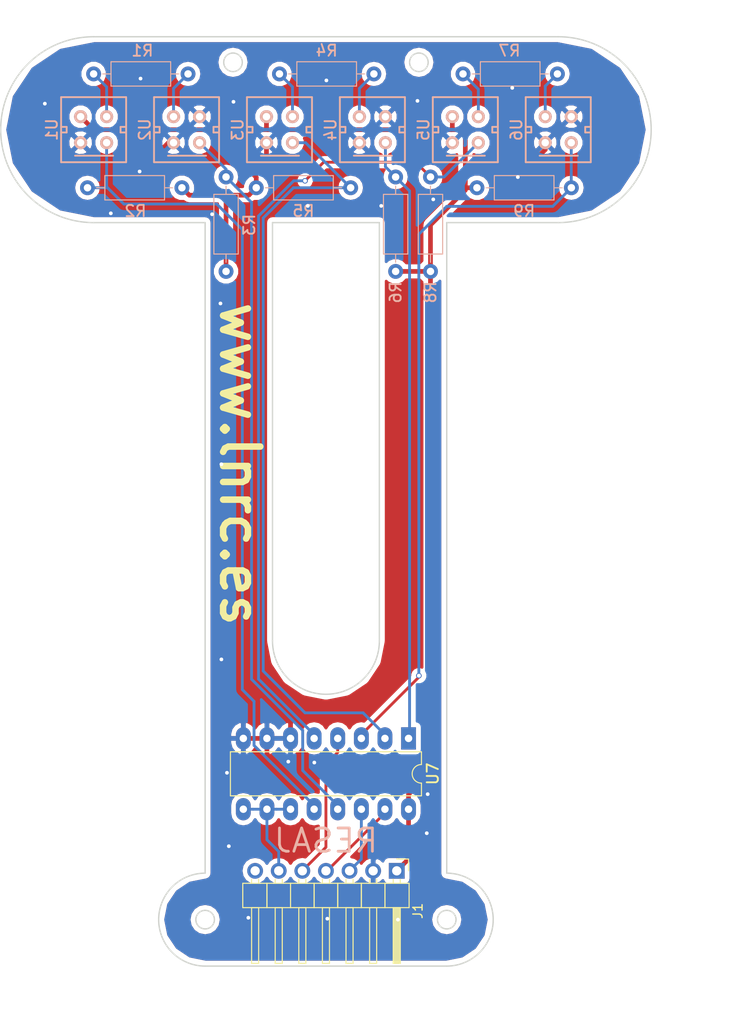
<source format=kicad_pcb>
(kicad_pcb (version 4) (host pcbnew 4.0.6)

  (general
    (links 46)
    (no_connects 0)
    (area 91.674999 49.05 174.492857 160.700001)
    (thickness 1.6)
    (drawings 31)
    (tracks 189)
    (zones 0)
    (modules 17)
    (nets 20)
  )

  (page A4)
  (title_block
    (title "Sensors Board robot de carreras educativo")
    (company "Liga Nacional de Robótica de Competición")
    (comment 1 www.lnrc.es)
    (comment 2 "Diseño de Rubén Espino San José")
  )

  (layers
    (0 F.Cu signal)
    (31 B.Cu signal)
    (32 B.Adhes user)
    (33 F.Adhes user)
    (34 B.Paste user)
    (35 F.Paste user)
    (36 B.SilkS user)
    (37 F.SilkS user)
    (38 B.Mask user)
    (39 F.Mask user)
    (40 Dwgs.User user)
    (41 Cmts.User user)
    (42 Eco1.User user)
    (43 Eco2.User user)
    (44 Edge.Cuts user)
    (45 Margin user)
    (46 B.CrtYd user)
    (47 F.CrtYd user)
    (48 B.Fab user hide)
    (49 F.Fab user hide)
  )

  (setup
    (last_trace_width 0.3048)
    (trace_clearance 0.2)
    (zone_clearance 0.508)
    (zone_45_only no)
    (trace_min 0.3048)
    (segment_width 0.2)
    (edge_width 0.15)
    (via_size 0.5)
    (via_drill 0.3048)
    (via_min_size 0.4)
    (via_min_drill 0.3)
    (uvia_size 0.3)
    (uvia_drill 0.1)
    (uvias_allowed no)
    (uvia_min_size 0.2)
    (uvia_min_drill 0.1)
    (pcb_text_width 0.3)
    (pcb_text_size 1.5 1.5)
    (mod_edge_width 0.15)
    (mod_text_size 1 1)
    (mod_text_width 0.15)
    (pad_size 1.524 1.524)
    (pad_drill 0.762)
    (pad_to_mask_clearance 0.2)
    (aux_axis_origin 0 0)
    (visible_elements 7FFFFFFF)
    (pcbplotparams
      (layerselection 0x010f0_80000001)
      (usegerberextensions true)
      (excludeedgelayer false)
      (linewidth 0.100000)
      (plotframeref false)
      (viasonmask false)
      (mode 1)
      (useauxorigin true)
      (hpglpennumber 1)
      (hpglpenspeed 20)
      (hpglpendiameter 15)
      (hpglpenoverlay 2)
      (psnegative false)
      (psa4output false)
      (plotreference true)
      (plotvalue true)
      (plotinvisibletext false)
      (padsonsilk false)
      (subtractmaskfromsilk true)
      (outputformat 1)
      (mirror false)
      (drillshape 0)
      (scaleselection 1)
      (outputdirectory Gerbers))
  )

  (net 0 "")
  (net 1 +5V)
  (net 2 GND)
  (net 3 LINEA_1)
  (net 4 LINEA_2)
  (net 5 LINEA_3)
  (net 6 LINEA_SEL_1)
  (net 7 "Net-(R1-Pad1)")
  (net 8 "Net-(R1-Pad2)")
  (net 9 SENSOR_1)
  (net 10 SENSOR_2)
  (net 11 "Net-(R4-Pad1)")
  (net 12 "Net-(R4-Pad2)")
  (net 13 SENSOR_3)
  (net 14 SENSOR_4)
  (net 15 "Net-(R7-Pad1)")
  (net 16 "Net-(R7-Pad2)")
  (net 17 SENSOR_5)
  (net 18 SENSOR_6)
  (net 19 "Net-(J1-Pad7)")

  (net_class Default "Esta es la clase de red por defecto."
    (clearance 0.2)
    (trace_width 0.3048)
    (via_dia 0.5)
    (via_drill 0.3048)
    (uvia_dia 0.3)
    (uvia_drill 0.1)
  )

  (net_class Signal ""
    (clearance 0.2)
    (trace_width 0.3048)
    (via_dia 0.5)
    (via_drill 0.3048)
    (uvia_dia 0.3)
    (uvia_drill 0.1)
    (add_net LINEA_1)
    (add_net LINEA_2)
    (add_net LINEA_3)
    (add_net LINEA_SEL_1)
    (add_net "Net-(J1-Pad7)")
    (add_net "Net-(R1-Pad1)")
    (add_net "Net-(R1-Pad2)")
    (add_net "Net-(R4-Pad1)")
    (add_net "Net-(R4-Pad2)")
    (add_net "Net-(R7-Pad1)")
    (add_net "Net-(R7-Pad2)")
    (add_net SENSOR_1)
    (add_net SENSOR_2)
    (add_net SENSOR_3)
    (add_net SENSOR_4)
    (add_net SENSOR_5)
    (add_net SENSOR_6)
  )

  (net_class Supply ""
    (clearance 0.2)
    (trace_width 0.5)
    (via_dia 0.6)
    (via_drill 0.4)
    (uvia_dia 0.3)
    (uvia_drill 0.1)
    (add_net +5V)
    (add_net GND)
  )

  (module Resistors_THT:R_Axial_DIN0207_L6.3mm_D2.5mm_P10.16mm_Horizontal (layer B.Cu) (tedit 594E567E) (tstamp 594CEB02)
    (at 101.5 56.5)
    (descr "Resistor, Axial_DIN0207 series, Axial, Horizontal, pin pitch=10.16mm, 0.25W = 1/4W, length*diameter=6.3*2.5mm^2, http://cdn-reichelt.de/documents/datenblatt/B400/1_4W%23YAG.pdf")
    (tags "Resistor Axial_DIN0207 series Axial Horizontal pin pitch 10.16mm 0.25W = 1/4W length 6.3mm diameter 2.5mm")
    (path /593DA9FC)
    (fp_text reference R1 (at 5.25 -2.5) (layer B.SilkS)
      (effects (font (size 1.2 1.2) (thickness 0.2)) (justify mirror))
    )
    (fp_text value 82 (at 5.08 -2.31) (layer B.Fab)
      (effects (font (size 1 1) (thickness 0.15)) (justify mirror))
    )
    (fp_line (start 1.93 1.25) (end 1.93 -1.25) (layer B.Fab) (width 0.1))
    (fp_line (start 1.93 -1.25) (end 8.23 -1.25) (layer B.Fab) (width 0.1))
    (fp_line (start 8.23 -1.25) (end 8.23 1.25) (layer B.Fab) (width 0.1))
    (fp_line (start 8.23 1.25) (end 1.93 1.25) (layer B.Fab) (width 0.1))
    (fp_line (start 0 0) (end 1.93 0) (layer B.Fab) (width 0.1))
    (fp_line (start 10.16 0) (end 8.23 0) (layer B.Fab) (width 0.1))
    (fp_line (start 1.87 1.31) (end 1.87 -1.31) (layer B.SilkS) (width 0.12))
    (fp_line (start 1.87 -1.31) (end 8.29 -1.31) (layer B.SilkS) (width 0.12))
    (fp_line (start 8.29 -1.31) (end 8.29 1.31) (layer B.SilkS) (width 0.12))
    (fp_line (start 8.29 1.31) (end 1.87 1.31) (layer B.SilkS) (width 0.12))
    (fp_line (start 0.98 0) (end 1.87 0) (layer B.SilkS) (width 0.12))
    (fp_line (start 9.18 0) (end 8.29 0) (layer B.SilkS) (width 0.12))
    (fp_line (start -1.05 1.6) (end -1.05 -1.6) (layer B.CrtYd) (width 0.05))
    (fp_line (start -1.05 -1.6) (end 11.25 -1.6) (layer B.CrtYd) (width 0.05))
    (fp_line (start 11.25 -1.6) (end 11.25 1.6) (layer B.CrtYd) (width 0.05))
    (fp_line (start 11.25 1.6) (end -1.05 1.6) (layer B.CrtYd) (width 0.05))
    (pad 1 thru_hole circle (at 0 0) (size 1.6 1.6) (drill 0.8) (layers *.Cu *.Mask)
      (net 7 "Net-(R1-Pad1)"))
    (pad 2 thru_hole oval (at 10.16 0) (size 1.6 1.6) (drill 0.8) (layers *.Cu *.Mask)
      (net 8 "Net-(R1-Pad2)"))
    (model Resistors_THT.3dshapes/R_Axial_DIN0207_L6.3mm_D2.5mm_P10.16mm_Horizontal.wrl
      (at (xyz 0 0 0))
      (scale (xyz 0.393701 0.393701 0.393701))
      (rotate (xyz 0 0 0))
    )
  )

  (module Resistors_THT:R_Axial_DIN0207_L6.3mm_D2.5mm_P10.16mm_Horizontal (layer B.Cu) (tedit 594E569B) (tstamp 594CEB08)
    (at 111 68.75 180)
    (descr "Resistor, Axial_DIN0207 series, Axial, Horizontal, pin pitch=10.16mm, 0.25W = 1/4W, length*diameter=6.3*2.5mm^2, http://cdn-reichelt.de/documents/datenblatt/B400/1_4W%23YAG.pdf")
    (tags "Resistor Axial_DIN0207 series Axial Horizontal pin pitch 10.16mm 0.25W = 1/4W length 6.3mm diameter 2.5mm")
    (path /593DAD8B)
    (fp_text reference R2 (at 5 -2.5 180) (layer B.SilkS)
      (effects (font (size 1.2 1.2) (thickness 0.2)) (justify mirror))
    )
    (fp_text value 47k (at 5.08 -2.31 180) (layer B.Fab)
      (effects (font (size 1 1) (thickness 0.15)) (justify mirror))
    )
    (fp_line (start 1.93 1.25) (end 1.93 -1.25) (layer B.Fab) (width 0.1))
    (fp_line (start 1.93 -1.25) (end 8.23 -1.25) (layer B.Fab) (width 0.1))
    (fp_line (start 8.23 -1.25) (end 8.23 1.25) (layer B.Fab) (width 0.1))
    (fp_line (start 8.23 1.25) (end 1.93 1.25) (layer B.Fab) (width 0.1))
    (fp_line (start 0 0) (end 1.93 0) (layer B.Fab) (width 0.1))
    (fp_line (start 10.16 0) (end 8.23 0) (layer B.Fab) (width 0.1))
    (fp_line (start 1.87 1.31) (end 1.87 -1.31) (layer B.SilkS) (width 0.12))
    (fp_line (start 1.87 -1.31) (end 8.29 -1.31) (layer B.SilkS) (width 0.12))
    (fp_line (start 8.29 -1.31) (end 8.29 1.31) (layer B.SilkS) (width 0.12))
    (fp_line (start 8.29 1.31) (end 1.87 1.31) (layer B.SilkS) (width 0.12))
    (fp_line (start 0.98 0) (end 1.87 0) (layer B.SilkS) (width 0.12))
    (fp_line (start 9.18 0) (end 8.29 0) (layer B.SilkS) (width 0.12))
    (fp_line (start -1.05 1.6) (end -1.05 -1.6) (layer B.CrtYd) (width 0.05))
    (fp_line (start -1.05 -1.6) (end 11.25 -1.6) (layer B.CrtYd) (width 0.05))
    (fp_line (start 11.25 -1.6) (end 11.25 1.6) (layer B.CrtYd) (width 0.05))
    (fp_line (start 11.25 1.6) (end -1.05 1.6) (layer B.CrtYd) (width 0.05))
    (pad 1 thru_hole circle (at 0 0 180) (size 1.6 1.6) (drill 0.8) (layers *.Cu *.Mask)
      (net 1 +5V))
    (pad 2 thru_hole oval (at 10.16 0 180) (size 1.6 1.6) (drill 0.8) (layers *.Cu *.Mask)
      (net 9 SENSOR_1))
    (model Resistors_THT.3dshapes/R_Axial_DIN0207_L6.3mm_D2.5mm_P10.16mm_Horizontal.wrl
      (at (xyz 0 0 0))
      (scale (xyz 0.393701 0.393701 0.393701))
      (rotate (xyz 0 0 0))
    )
  )

  (module Resistors_THT:R_Axial_DIN0207_L6.3mm_D2.5mm_P10.16mm_Horizontal (layer B.Cu) (tedit 594E56AC) (tstamp 594CEB0E)
    (at 115.75 77.75 90)
    (descr "Resistor, Axial_DIN0207 series, Axial, Horizontal, pin pitch=10.16mm, 0.25W = 1/4W, length*diameter=6.3*2.5mm^2, http://cdn-reichelt.de/documents/datenblatt/B400/1_4W%23YAG.pdf")
    (tags "Resistor Axial_DIN0207 series Axial Horizontal pin pitch 10.16mm 0.25W = 1/4W length 6.3mm diameter 2.5mm")
    (path /593DADB4)
    (fp_text reference R3 (at 5 2.5 90) (layer B.SilkS)
      (effects (font (size 1.2 1.2) (thickness 0.2)) (justify mirror))
    )
    (fp_text value 47k (at 5.08 -2.31 90) (layer B.Fab)
      (effects (font (size 1 1) (thickness 0.15)) (justify mirror))
    )
    (fp_line (start 1.93 1.25) (end 1.93 -1.25) (layer B.Fab) (width 0.1))
    (fp_line (start 1.93 -1.25) (end 8.23 -1.25) (layer B.Fab) (width 0.1))
    (fp_line (start 8.23 -1.25) (end 8.23 1.25) (layer B.Fab) (width 0.1))
    (fp_line (start 8.23 1.25) (end 1.93 1.25) (layer B.Fab) (width 0.1))
    (fp_line (start 0 0) (end 1.93 0) (layer B.Fab) (width 0.1))
    (fp_line (start 10.16 0) (end 8.23 0) (layer B.Fab) (width 0.1))
    (fp_line (start 1.87 1.31) (end 1.87 -1.31) (layer B.SilkS) (width 0.12))
    (fp_line (start 1.87 -1.31) (end 8.29 -1.31) (layer B.SilkS) (width 0.12))
    (fp_line (start 8.29 -1.31) (end 8.29 1.31) (layer B.SilkS) (width 0.12))
    (fp_line (start 8.29 1.31) (end 1.87 1.31) (layer B.SilkS) (width 0.12))
    (fp_line (start 0.98 0) (end 1.87 0) (layer B.SilkS) (width 0.12))
    (fp_line (start 9.18 0) (end 8.29 0) (layer B.SilkS) (width 0.12))
    (fp_line (start -1.05 1.6) (end -1.05 -1.6) (layer B.CrtYd) (width 0.05))
    (fp_line (start -1.05 -1.6) (end 11.25 -1.6) (layer B.CrtYd) (width 0.05))
    (fp_line (start 11.25 -1.6) (end 11.25 1.6) (layer B.CrtYd) (width 0.05))
    (fp_line (start 11.25 1.6) (end -1.05 1.6) (layer B.CrtYd) (width 0.05))
    (pad 1 thru_hole circle (at 0 0 90) (size 1.6 1.6) (drill 0.8) (layers *.Cu *.Mask)
      (net 1 +5V))
    (pad 2 thru_hole oval (at 10.16 0 90) (size 1.6 1.6) (drill 0.8) (layers *.Cu *.Mask)
      (net 10 SENSOR_2))
    (model Resistors_THT.3dshapes/R_Axial_DIN0207_L6.3mm_D2.5mm_P10.16mm_Horizontal.wrl
      (at (xyz 0 0 0))
      (scale (xyz 0.393701 0.393701 0.393701))
      (rotate (xyz 0 0 0))
    )
  )

  (module Resistors_THT:R_Axial_DIN0207_L6.3mm_D2.5mm_P10.16mm_Horizontal (layer B.Cu) (tedit 594E5686) (tstamp 594CEB14)
    (at 121.5 56.5)
    (descr "Resistor, Axial_DIN0207 series, Axial, Horizontal, pin pitch=10.16mm, 0.25W = 1/4W, length*diameter=6.3*2.5mm^2, http://cdn-reichelt.de/documents/datenblatt/B400/1_4W%23YAG.pdf")
    (tags "Resistor Axial_DIN0207 series Axial Horizontal pin pitch 10.16mm 0.25W = 1/4W length 6.3mm diameter 2.5mm")
    (path /593DAA6F)
    (fp_text reference R4 (at 5.08 -2.5) (layer B.SilkS)
      (effects (font (size 1.2 1.2) (thickness 0.2)) (justify mirror))
    )
    (fp_text value 82 (at 5.08 -2.31) (layer B.Fab)
      (effects (font (size 1 1) (thickness 0.15)) (justify mirror))
    )
    (fp_line (start 1.93 1.25) (end 1.93 -1.25) (layer B.Fab) (width 0.1))
    (fp_line (start 1.93 -1.25) (end 8.23 -1.25) (layer B.Fab) (width 0.1))
    (fp_line (start 8.23 -1.25) (end 8.23 1.25) (layer B.Fab) (width 0.1))
    (fp_line (start 8.23 1.25) (end 1.93 1.25) (layer B.Fab) (width 0.1))
    (fp_line (start 0 0) (end 1.93 0) (layer B.Fab) (width 0.1))
    (fp_line (start 10.16 0) (end 8.23 0) (layer B.Fab) (width 0.1))
    (fp_line (start 1.87 1.31) (end 1.87 -1.31) (layer B.SilkS) (width 0.12))
    (fp_line (start 1.87 -1.31) (end 8.29 -1.31) (layer B.SilkS) (width 0.12))
    (fp_line (start 8.29 -1.31) (end 8.29 1.31) (layer B.SilkS) (width 0.12))
    (fp_line (start 8.29 1.31) (end 1.87 1.31) (layer B.SilkS) (width 0.12))
    (fp_line (start 0.98 0) (end 1.87 0) (layer B.SilkS) (width 0.12))
    (fp_line (start 9.18 0) (end 8.29 0) (layer B.SilkS) (width 0.12))
    (fp_line (start -1.05 1.6) (end -1.05 -1.6) (layer B.CrtYd) (width 0.05))
    (fp_line (start -1.05 -1.6) (end 11.25 -1.6) (layer B.CrtYd) (width 0.05))
    (fp_line (start 11.25 -1.6) (end 11.25 1.6) (layer B.CrtYd) (width 0.05))
    (fp_line (start 11.25 1.6) (end -1.05 1.6) (layer B.CrtYd) (width 0.05))
    (pad 1 thru_hole circle (at 0 0) (size 1.6 1.6) (drill 0.8) (layers *.Cu *.Mask)
      (net 11 "Net-(R4-Pad1)"))
    (pad 2 thru_hole oval (at 10.16 0) (size 1.6 1.6) (drill 0.8) (layers *.Cu *.Mask)
      (net 12 "Net-(R4-Pad2)"))
    (model Resistors_THT.3dshapes/R_Axial_DIN0207_L6.3mm_D2.5mm_P10.16mm_Horizontal.wrl
      (at (xyz 0 0 0))
      (scale (xyz 0.393701 0.393701 0.393701))
      (rotate (xyz 0 0 0))
    )
  )

  (module Resistors_THT:R_Axial_DIN0207_L6.3mm_D2.5mm_P10.16mm_Horizontal (layer B.Cu) (tedit 594E56A4) (tstamp 594CEB1A)
    (at 119 68.75)
    (descr "Resistor, Axial_DIN0207 series, Axial, Horizontal, pin pitch=10.16mm, 0.25W = 1/4W, length*diameter=6.3*2.5mm^2, http://cdn-reichelt.de/documents/datenblatt/B400/1_4W%23YAG.pdf")
    (tags "Resistor Axial_DIN0207 series Axial Horizontal pin pitch 10.16mm 0.25W = 1/4W length 6.3mm diameter 2.5mm")
    (path /593DADDF)
    (fp_text reference R5 (at 5.08 2.5) (layer B.SilkS)
      (effects (font (size 1.2 1.2) (thickness 0.2)) (justify mirror))
    )
    (fp_text value 47k (at 5.08 -2.31) (layer B.Fab)
      (effects (font (size 1 1) (thickness 0.15)) (justify mirror))
    )
    (fp_line (start 1.93 1.25) (end 1.93 -1.25) (layer B.Fab) (width 0.1))
    (fp_line (start 1.93 -1.25) (end 8.23 -1.25) (layer B.Fab) (width 0.1))
    (fp_line (start 8.23 -1.25) (end 8.23 1.25) (layer B.Fab) (width 0.1))
    (fp_line (start 8.23 1.25) (end 1.93 1.25) (layer B.Fab) (width 0.1))
    (fp_line (start 0 0) (end 1.93 0) (layer B.Fab) (width 0.1))
    (fp_line (start 10.16 0) (end 8.23 0) (layer B.Fab) (width 0.1))
    (fp_line (start 1.87 1.31) (end 1.87 -1.31) (layer B.SilkS) (width 0.12))
    (fp_line (start 1.87 -1.31) (end 8.29 -1.31) (layer B.SilkS) (width 0.12))
    (fp_line (start 8.29 -1.31) (end 8.29 1.31) (layer B.SilkS) (width 0.12))
    (fp_line (start 8.29 1.31) (end 1.87 1.31) (layer B.SilkS) (width 0.12))
    (fp_line (start 0.98 0) (end 1.87 0) (layer B.SilkS) (width 0.12))
    (fp_line (start 9.18 0) (end 8.29 0) (layer B.SilkS) (width 0.12))
    (fp_line (start -1.05 1.6) (end -1.05 -1.6) (layer B.CrtYd) (width 0.05))
    (fp_line (start -1.05 -1.6) (end 11.25 -1.6) (layer B.CrtYd) (width 0.05))
    (fp_line (start 11.25 -1.6) (end 11.25 1.6) (layer B.CrtYd) (width 0.05))
    (fp_line (start 11.25 1.6) (end -1.05 1.6) (layer B.CrtYd) (width 0.05))
    (pad 1 thru_hole circle (at 0 0) (size 1.6 1.6) (drill 0.8) (layers *.Cu *.Mask)
      (net 1 +5V))
    (pad 2 thru_hole oval (at 10.16 0) (size 1.6 1.6) (drill 0.8) (layers *.Cu *.Mask)
      (net 13 SENSOR_3))
    (model Resistors_THT.3dshapes/R_Axial_DIN0207_L6.3mm_D2.5mm_P10.16mm_Horizontal.wrl
      (at (xyz 0 0 0))
      (scale (xyz 0.393701 0.393701 0.393701))
      (rotate (xyz 0 0 0))
    )
  )

  (module Resistors_THT:R_Axial_DIN0207_L6.3mm_D2.5mm_P10.16mm_Horizontal (layer B.Cu) (tedit 594E56C4) (tstamp 594CEB20)
    (at 134 77.75 90)
    (descr "Resistor, Axial_DIN0207 series, Axial, Horizontal, pin pitch=10.16mm, 0.25W = 1/4W, length*diameter=6.3*2.5mm^2, http://cdn-reichelt.de/documents/datenblatt/B400/1_4W%23YAG.pdf")
    (tags "Resistor Axial_DIN0207 series Axial Horizontal pin pitch 10.16mm 0.25W = 1/4W length 6.3mm diameter 2.5mm")
    (path /593DAE0C)
    (fp_text reference R6 (at -2.25 0 90) (layer B.SilkS)
      (effects (font (size 1.2 1.2) (thickness 0.2)) (justify mirror))
    )
    (fp_text value 47k (at 5.08 -2.31 90) (layer B.Fab)
      (effects (font (size 1 1) (thickness 0.15)) (justify mirror))
    )
    (fp_line (start 1.93 1.25) (end 1.93 -1.25) (layer B.Fab) (width 0.1))
    (fp_line (start 1.93 -1.25) (end 8.23 -1.25) (layer B.Fab) (width 0.1))
    (fp_line (start 8.23 -1.25) (end 8.23 1.25) (layer B.Fab) (width 0.1))
    (fp_line (start 8.23 1.25) (end 1.93 1.25) (layer B.Fab) (width 0.1))
    (fp_line (start 0 0) (end 1.93 0) (layer B.Fab) (width 0.1))
    (fp_line (start 10.16 0) (end 8.23 0) (layer B.Fab) (width 0.1))
    (fp_line (start 1.87 1.31) (end 1.87 -1.31) (layer B.SilkS) (width 0.12))
    (fp_line (start 1.87 -1.31) (end 8.29 -1.31) (layer B.SilkS) (width 0.12))
    (fp_line (start 8.29 -1.31) (end 8.29 1.31) (layer B.SilkS) (width 0.12))
    (fp_line (start 8.29 1.31) (end 1.87 1.31) (layer B.SilkS) (width 0.12))
    (fp_line (start 0.98 0) (end 1.87 0) (layer B.SilkS) (width 0.12))
    (fp_line (start 9.18 0) (end 8.29 0) (layer B.SilkS) (width 0.12))
    (fp_line (start -1.05 1.6) (end -1.05 -1.6) (layer B.CrtYd) (width 0.05))
    (fp_line (start -1.05 -1.6) (end 11.25 -1.6) (layer B.CrtYd) (width 0.05))
    (fp_line (start 11.25 -1.6) (end 11.25 1.6) (layer B.CrtYd) (width 0.05))
    (fp_line (start 11.25 1.6) (end -1.05 1.6) (layer B.CrtYd) (width 0.05))
    (pad 1 thru_hole circle (at 0 0 90) (size 1.6 1.6) (drill 0.8) (layers *.Cu *.Mask)
      (net 1 +5V))
    (pad 2 thru_hole oval (at 10.16 0 90) (size 1.6 1.6) (drill 0.8) (layers *.Cu *.Mask)
      (net 14 SENSOR_4))
    (model Resistors_THT.3dshapes/R_Axial_DIN0207_L6.3mm_D2.5mm_P10.16mm_Horizontal.wrl
      (at (xyz 0 0 0))
      (scale (xyz 0.393701 0.393701 0.393701))
      (rotate (xyz 0 0 0))
    )
  )

  (module Resistors_THT:R_Axial_DIN0207_L6.3mm_D2.5mm_P10.16mm_Horizontal (layer B.Cu) (tedit 594E568D) (tstamp 594CEB26)
    (at 141.25 56.5)
    (descr "Resistor, Axial_DIN0207 series, Axial, Horizontal, pin pitch=10.16mm, 0.25W = 1/4W, length*diameter=6.3*2.5mm^2, http://cdn-reichelt.de/documents/datenblatt/B400/1_4W%23YAG.pdf")
    (tags "Resistor Axial_DIN0207 series Axial Horizontal pin pitch 10.16mm 0.25W = 1/4W length 6.3mm diameter 2.5mm")
    (path /593DAB6C)
    (fp_text reference R7 (at 5 -2.5) (layer B.SilkS)
      (effects (font (size 1.2 1.2) (thickness 0.2)) (justify mirror))
    )
    (fp_text value 82 (at 5.08 -2.31) (layer B.Fab)
      (effects (font (size 1 1) (thickness 0.15)) (justify mirror))
    )
    (fp_line (start 1.93 1.25) (end 1.93 -1.25) (layer B.Fab) (width 0.1))
    (fp_line (start 1.93 -1.25) (end 8.23 -1.25) (layer B.Fab) (width 0.1))
    (fp_line (start 8.23 -1.25) (end 8.23 1.25) (layer B.Fab) (width 0.1))
    (fp_line (start 8.23 1.25) (end 1.93 1.25) (layer B.Fab) (width 0.1))
    (fp_line (start 0 0) (end 1.93 0) (layer B.Fab) (width 0.1))
    (fp_line (start 10.16 0) (end 8.23 0) (layer B.Fab) (width 0.1))
    (fp_line (start 1.87 1.31) (end 1.87 -1.31) (layer B.SilkS) (width 0.12))
    (fp_line (start 1.87 -1.31) (end 8.29 -1.31) (layer B.SilkS) (width 0.12))
    (fp_line (start 8.29 -1.31) (end 8.29 1.31) (layer B.SilkS) (width 0.12))
    (fp_line (start 8.29 1.31) (end 1.87 1.31) (layer B.SilkS) (width 0.12))
    (fp_line (start 0.98 0) (end 1.87 0) (layer B.SilkS) (width 0.12))
    (fp_line (start 9.18 0) (end 8.29 0) (layer B.SilkS) (width 0.12))
    (fp_line (start -1.05 1.6) (end -1.05 -1.6) (layer B.CrtYd) (width 0.05))
    (fp_line (start -1.05 -1.6) (end 11.25 -1.6) (layer B.CrtYd) (width 0.05))
    (fp_line (start 11.25 -1.6) (end 11.25 1.6) (layer B.CrtYd) (width 0.05))
    (fp_line (start 11.25 1.6) (end -1.05 1.6) (layer B.CrtYd) (width 0.05))
    (pad 1 thru_hole circle (at 0 0) (size 1.6 1.6) (drill 0.8) (layers *.Cu *.Mask)
      (net 15 "Net-(R7-Pad1)"))
    (pad 2 thru_hole oval (at 10.16 0) (size 1.6 1.6) (drill 0.8) (layers *.Cu *.Mask)
      (net 16 "Net-(R7-Pad2)"))
    (model Resistors_THT.3dshapes/R_Axial_DIN0207_L6.3mm_D2.5mm_P10.16mm_Horizontal.wrl
      (at (xyz 0 0 0))
      (scale (xyz 0.393701 0.393701 0.393701))
      (rotate (xyz 0 0 0))
    )
  )

  (module Resistors_THT:R_Axial_DIN0207_L6.3mm_D2.5mm_P10.16mm_Horizontal (layer B.Cu) (tedit 594E56BD) (tstamp 594CEB2C)
    (at 137.75 77.75 90)
    (descr "Resistor, Axial_DIN0207 series, Axial, Horizontal, pin pitch=10.16mm, 0.25W = 1/4W, length*diameter=6.3*2.5mm^2, http://cdn-reichelt.de/documents/datenblatt/B400/1_4W%23YAG.pdf")
    (tags "Resistor Axial_DIN0207 series Axial Horizontal pin pitch 10.16mm 0.25W = 1/4W length 6.3mm diameter 2.5mm")
    (path /593DAFCE)
    (fp_text reference R8 (at -2.25 0 90) (layer B.SilkS)
      (effects (font (size 1.2 1.2) (thickness 0.2)) (justify mirror))
    )
    (fp_text value 47k (at 5.08 -2.31 90) (layer B.Fab)
      (effects (font (size 1 1) (thickness 0.15)) (justify mirror))
    )
    (fp_line (start 1.93 1.25) (end 1.93 -1.25) (layer B.Fab) (width 0.1))
    (fp_line (start 1.93 -1.25) (end 8.23 -1.25) (layer B.Fab) (width 0.1))
    (fp_line (start 8.23 -1.25) (end 8.23 1.25) (layer B.Fab) (width 0.1))
    (fp_line (start 8.23 1.25) (end 1.93 1.25) (layer B.Fab) (width 0.1))
    (fp_line (start 0 0) (end 1.93 0) (layer B.Fab) (width 0.1))
    (fp_line (start 10.16 0) (end 8.23 0) (layer B.Fab) (width 0.1))
    (fp_line (start 1.87 1.31) (end 1.87 -1.31) (layer B.SilkS) (width 0.12))
    (fp_line (start 1.87 -1.31) (end 8.29 -1.31) (layer B.SilkS) (width 0.12))
    (fp_line (start 8.29 -1.31) (end 8.29 1.31) (layer B.SilkS) (width 0.12))
    (fp_line (start 8.29 1.31) (end 1.87 1.31) (layer B.SilkS) (width 0.12))
    (fp_line (start 0.98 0) (end 1.87 0) (layer B.SilkS) (width 0.12))
    (fp_line (start 9.18 0) (end 8.29 0) (layer B.SilkS) (width 0.12))
    (fp_line (start -1.05 1.6) (end -1.05 -1.6) (layer B.CrtYd) (width 0.05))
    (fp_line (start -1.05 -1.6) (end 11.25 -1.6) (layer B.CrtYd) (width 0.05))
    (fp_line (start 11.25 -1.6) (end 11.25 1.6) (layer B.CrtYd) (width 0.05))
    (fp_line (start 11.25 1.6) (end -1.05 1.6) (layer B.CrtYd) (width 0.05))
    (pad 1 thru_hole circle (at 0 0 90) (size 1.6 1.6) (drill 0.8) (layers *.Cu *.Mask)
      (net 1 +5V))
    (pad 2 thru_hole oval (at 10.16 0 90) (size 1.6 1.6) (drill 0.8) (layers *.Cu *.Mask)
      (net 17 SENSOR_5))
    (model Resistors_THT.3dshapes/R_Axial_DIN0207_L6.3mm_D2.5mm_P10.16mm_Horizontal.wrl
      (at (xyz 0 0 0))
      (scale (xyz 0.393701 0.393701 0.393701))
      (rotate (xyz 0 0 0))
    )
  )

  (module Resistors_THT:R_Axial_DIN0207_L6.3mm_D2.5mm_P10.16mm_Horizontal (layer B.Cu) (tedit 594E56B6) (tstamp 594CEB32)
    (at 142.75 68.75)
    (descr "Resistor, Axial_DIN0207 series, Axial, Horizontal, pin pitch=10.16mm, 0.25W = 1/4W, length*diameter=6.3*2.5mm^2, http://cdn-reichelt.de/documents/datenblatt/B400/1_4W%23YAG.pdf")
    (tags "Resistor Axial_DIN0207 series Axial Horizontal pin pitch 10.16mm 0.25W = 1/4W length 6.3mm diameter 2.5mm")
    (path /593DAFFF)
    (fp_text reference R9 (at 5.08 2.5) (layer B.SilkS)
      (effects (font (size 1.2 1.2) (thickness 0.2)) (justify mirror))
    )
    (fp_text value 47k (at 5.08 -2.31) (layer B.Fab)
      (effects (font (size 1 1) (thickness 0.15)) (justify mirror))
    )
    (fp_line (start 1.93 1.25) (end 1.93 -1.25) (layer B.Fab) (width 0.1))
    (fp_line (start 1.93 -1.25) (end 8.23 -1.25) (layer B.Fab) (width 0.1))
    (fp_line (start 8.23 -1.25) (end 8.23 1.25) (layer B.Fab) (width 0.1))
    (fp_line (start 8.23 1.25) (end 1.93 1.25) (layer B.Fab) (width 0.1))
    (fp_line (start 0 0) (end 1.93 0) (layer B.Fab) (width 0.1))
    (fp_line (start 10.16 0) (end 8.23 0) (layer B.Fab) (width 0.1))
    (fp_line (start 1.87 1.31) (end 1.87 -1.31) (layer B.SilkS) (width 0.12))
    (fp_line (start 1.87 -1.31) (end 8.29 -1.31) (layer B.SilkS) (width 0.12))
    (fp_line (start 8.29 -1.31) (end 8.29 1.31) (layer B.SilkS) (width 0.12))
    (fp_line (start 8.29 1.31) (end 1.87 1.31) (layer B.SilkS) (width 0.12))
    (fp_line (start 0.98 0) (end 1.87 0) (layer B.SilkS) (width 0.12))
    (fp_line (start 9.18 0) (end 8.29 0) (layer B.SilkS) (width 0.12))
    (fp_line (start -1.05 1.6) (end -1.05 -1.6) (layer B.CrtYd) (width 0.05))
    (fp_line (start -1.05 -1.6) (end 11.25 -1.6) (layer B.CrtYd) (width 0.05))
    (fp_line (start 11.25 -1.6) (end 11.25 1.6) (layer B.CrtYd) (width 0.05))
    (fp_line (start 11.25 1.6) (end -1.05 1.6) (layer B.CrtYd) (width 0.05))
    (pad 1 thru_hole circle (at 0 0) (size 1.6 1.6) (drill 0.8) (layers *.Cu *.Mask)
      (net 1 +5V))
    (pad 2 thru_hole oval (at 10.16 0) (size 1.6 1.6) (drill 0.8) (layers *.Cu *.Mask)
      (net 18 SENSOR_6))
    (model Resistors_THT.3dshapes/R_Axial_DIN0207_L6.3mm_D2.5mm_P10.16mm_Horizontal.wrl
      (at (xyz 0 0 0))
      (scale (xyz 0.393701 0.393701 0.393701))
      (rotate (xyz 0 0 0))
    )
  )

  (module Housings_DIP:DIP-16_W7.62mm_LongPads (layer F.Cu) (tedit 594E56D5) (tstamp 594CEB76)
    (at 135.39 128 270)
    (descr "16-lead dip package, row spacing 7.62 mm (300 mils), LongPads")
    (tags "DIL DIP PDIP 2.54mm 7.62mm 300mil LongPads")
    (path /593EEB56)
    (fp_text reference U7 (at 3.81 -2.61 270) (layer F.SilkS)
      (effects (font (size 1.2 1.2) (thickness 0.2)))
    )
    (fp_text value 4053 (at 3.81 20.17 270) (layer F.Fab)
      (effects (font (size 1 1) (thickness 0.15)))
    )
    (fp_text user %R (at 3.81 8.89 270) (layer F.Fab)
      (effects (font (size 1 1) (thickness 0.15)))
    )
    (fp_line (start 1.635 -1.27) (end 6.985 -1.27) (layer F.Fab) (width 0.1))
    (fp_line (start 6.985 -1.27) (end 6.985 19.05) (layer F.Fab) (width 0.1))
    (fp_line (start 6.985 19.05) (end 0.635 19.05) (layer F.Fab) (width 0.1))
    (fp_line (start 0.635 19.05) (end 0.635 -0.27) (layer F.Fab) (width 0.1))
    (fp_line (start 0.635 -0.27) (end 1.635 -1.27) (layer F.Fab) (width 0.1))
    (fp_line (start 2.81 -1.39) (end 1.44 -1.39) (layer F.SilkS) (width 0.12))
    (fp_line (start 1.44 -1.39) (end 1.44 19.17) (layer F.SilkS) (width 0.12))
    (fp_line (start 1.44 19.17) (end 6.18 19.17) (layer F.SilkS) (width 0.12))
    (fp_line (start 6.18 19.17) (end 6.18 -1.39) (layer F.SilkS) (width 0.12))
    (fp_line (start 6.18 -1.39) (end 4.81 -1.39) (layer F.SilkS) (width 0.12))
    (fp_line (start -1.5 -1.6) (end -1.5 19.3) (layer F.CrtYd) (width 0.05))
    (fp_line (start -1.5 19.3) (end 9.1 19.3) (layer F.CrtYd) (width 0.05))
    (fp_line (start 9.1 19.3) (end 9.1 -1.6) (layer F.CrtYd) (width 0.05))
    (fp_line (start 9.1 -1.6) (end -1.5 -1.6) (layer F.CrtYd) (width 0.05))
    (fp_arc (start 3.81 -1.39) (end 2.81 -1.39) (angle -180) (layer F.SilkS) (width 0.12))
    (pad 1 thru_hole rect (at 0 0 270) (size 2.4 1.6) (drill 0.8) (layers *.Cu *.Mask)
      (net 14 SENSOR_4))
    (pad 9 thru_hole oval (at 7.62 17.78 270) (size 2.4 1.6) (drill 0.8) (layers *.Cu *.Mask)
      (net 6 LINEA_SEL_1))
    (pad 2 thru_hole oval (at 0 2.54 270) (size 2.4 1.6) (drill 0.8) (layers *.Cu *.Mask)
      (net 13 SENSOR_3))
    (pad 10 thru_hole oval (at 7.62 15.24 270) (size 2.4 1.6) (drill 0.8) (layers *.Cu *.Mask)
      (net 6 LINEA_SEL_1))
    (pad 3 thru_hole oval (at 0 5.08 270) (size 2.4 1.6) (drill 0.8) (layers *.Cu *.Mask)
      (net 18 SENSOR_6))
    (pad 11 thru_hole oval (at 7.62 12.7 270) (size 2.4 1.6) (drill 0.8) (layers *.Cu *.Mask)
      (net 6 LINEA_SEL_1))
    (pad 4 thru_hole oval (at 0 7.62 270) (size 2.4 1.6) (drill 0.8) (layers *.Cu *.Mask)
      (net 5 LINEA_3))
    (pad 12 thru_hole oval (at 7.62 10.16 270) (size 2.4 1.6) (drill 0.8) (layers *.Cu *.Mask)
      (net 9 SENSOR_1))
    (pad 5 thru_hole oval (at 0 10.16 270) (size 2.4 1.6) (drill 0.8) (layers *.Cu *.Mask)
      (net 17 SENSOR_5))
    (pad 13 thru_hole oval (at 7.62 7.62 270) (size 2.4 1.6) (drill 0.8) (layers *.Cu *.Mask)
      (net 10 SENSOR_2))
    (pad 6 thru_hole oval (at 0 12.7 270) (size 2.4 1.6) (drill 0.8) (layers *.Cu *.Mask)
      (net 2 GND))
    (pad 14 thru_hole oval (at 7.62 5.08 270) (size 2.4 1.6) (drill 0.8) (layers *.Cu *.Mask)
      (net 3 LINEA_1))
    (pad 7 thru_hole oval (at 0 15.24 270) (size 2.4 1.6) (drill 0.8) (layers *.Cu *.Mask)
      (net 2 GND))
    (pad 15 thru_hole oval (at 7.62 2.54 270) (size 2.4 1.6) (drill 0.8) (layers *.Cu *.Mask)
      (net 4 LINEA_2))
    (pad 8 thru_hole oval (at 0 17.78 270) (size 2.4 1.6) (drill 0.8) (layers *.Cu *.Mask)
      (net 2 GND))
    (pad 16 thru_hole oval (at 7.62 0 270) (size 2.4 1.6) (drill 0.8) (layers *.Cu *.Mask)
      (net 1 +5V))
    (model ${KISYS3DMOD}/Housings_DIP.3dshapes/DIP-16_W7.62mm_LongPads.wrl
      (at (xyz 0 0 0))
      (scale (xyz 1 1 1))
      (rotate (xyz 0 0 0))
    )
  )

  (module Sensors_board:CNY70 (layer B.Cu) (tedit 594E5623) (tstamp 594CEB62)
    (at 151.5 62.5 270)
    (path /594D8CAA)
    (fp_text reference U6 (at 0 4.5 270) (layer B.SilkS)
      (effects (font (size 1.2 1.2) (thickness 0.2)) (justify mirror))
    )
    (fp_text value CNY70 (at 0 0 270) (layer B.Fab)
      (effects (font (size 0.3 0.3) (thickness 0.075)) (justify mirror))
    )
    (fp_line (start 2.8 -1.8) (end 2.8 -2.1) (layer B.SilkS) (width 0.2))
    (fp_line (start 2.8 2) (end 2.8 -1.8) (layer B.SilkS) (width 0.2))
    (fp_line (start -0.3 -3.5) (end -0.3 -2.9) (layer B.SilkS) (width 0.2))
    (fp_line (start -0.3 -2.9) (end 0.3 -2.9) (layer B.SilkS) (width 0.2))
    (fp_line (start 0.3 -2.9) (end 0.3 -3.5) (layer B.SilkS) (width 0.2))
    (fp_line (start -0.3 3.5) (end -0.3 2.9) (layer B.SilkS) (width 0.2))
    (fp_line (start -0.3 2.9) (end 0.3 2.9) (layer B.SilkS) (width 0.2))
    (fp_line (start 0.3 2.9) (end 0.3 3.5) (layer B.SilkS) (width 0.2))
    (fp_line (start -3.5 3.5) (end 3.5 3.5) (layer B.SilkS) (width 0.2))
    (fp_line (start 3.5 3.5) (end 3.5 -3.5) (layer B.SilkS) (width 0.2))
    (fp_line (start 3.5 -3.5) (end -3.5 -3.5) (layer B.SilkS) (width 0.2))
    (fp_line (start -3.5 -3.5) (end -3.5 3.5) (layer B.SilkS) (width 0.2))
    (pad A thru_hole circle (at -1.4 1.4 270) (size 1.4 1.4) (drill 0.8) (layers *.Cu *.Mask B.SilkS)
      (net 16 "Net-(R7-Pad2)"))
    (pad K thru_hole circle (at -1.4 -1.4 270) (size 1.4 1.4) (drill 0.8) (layers *.Cu *.Mask B.SilkS)
      (net 2 GND))
    (pad E thru_hole circle (at 1.4 1.4 270) (size 1.4 1.4) (drill 0.8) (layers *.Cu *.Mask B.SilkS)
      (net 2 GND))
    (pad COL thru_hole circle (at 1.4 -1.4 270) (size 1.4 1.4) (drill 0.8) (layers *.Cu *.Mask B.SilkS)
      (net 18 SENSOR_6))
  )

  (module Sensors_board:CNY70 (layer B.Cu) (tedit 594E5630) (tstamp 594CEB5A)
    (at 141.5 62.5 270)
    (path /594D89F2)
    (fp_text reference U5 (at 0 4.5 270) (layer B.SilkS)
      (effects (font (size 1.2 1.2) (thickness 0.2)) (justify mirror))
    )
    (fp_text value CNY70 (at 0 0 270) (layer B.Fab)
      (effects (font (size 0.3 0.3) (thickness 0.075)) (justify mirror))
    )
    (fp_line (start 2.8 -1.8) (end 2.8 -2.1) (layer B.SilkS) (width 0.2))
    (fp_line (start 2.8 2) (end 2.8 -1.8) (layer B.SilkS) (width 0.2))
    (fp_line (start -0.3 -3.5) (end -0.3 -2.9) (layer B.SilkS) (width 0.2))
    (fp_line (start -0.3 -2.9) (end 0.3 -2.9) (layer B.SilkS) (width 0.2))
    (fp_line (start 0.3 -2.9) (end 0.3 -3.5) (layer B.SilkS) (width 0.2))
    (fp_line (start -0.3 3.5) (end -0.3 2.9) (layer B.SilkS) (width 0.2))
    (fp_line (start -0.3 2.9) (end 0.3 2.9) (layer B.SilkS) (width 0.2))
    (fp_line (start 0.3 2.9) (end 0.3 3.5) (layer B.SilkS) (width 0.2))
    (fp_line (start -3.5 3.5) (end 3.5 3.5) (layer B.SilkS) (width 0.2))
    (fp_line (start 3.5 3.5) (end 3.5 -3.5) (layer B.SilkS) (width 0.2))
    (fp_line (start 3.5 -3.5) (end -3.5 -3.5) (layer B.SilkS) (width 0.2))
    (fp_line (start -3.5 -3.5) (end -3.5 3.5) (layer B.SilkS) (width 0.2))
    (pad A thru_hole circle (at -1.4 1.4 270) (size 1.4 1.4) (drill 0.8) (layers *.Cu *.Mask B.SilkS)
      (net 1 +5V))
    (pad K thru_hole circle (at -1.4 -1.4 270) (size 1.4 1.4) (drill 0.8) (layers *.Cu *.Mask B.SilkS)
      (net 15 "Net-(R7-Pad1)"))
    (pad E thru_hole circle (at 1.4 1.4 270) (size 1.4 1.4) (drill 0.8) (layers *.Cu *.Mask B.SilkS)
      (net 2 GND))
    (pad COL thru_hole circle (at 1.4 -1.4 270) (size 1.4 1.4) (drill 0.8) (layers *.Cu *.Mask B.SilkS)
      (net 17 SENSOR_5))
  )

  (module Sensors_board:CNY70 (layer B.Cu) (tedit 594E563D) (tstamp 594CEB52)
    (at 131.5 62.5 270)
    (path /594D88CF)
    (fp_text reference U4 (at 0 4.5 270) (layer B.SilkS)
      (effects (font (size 1.2 1.2) (thickness 0.2)) (justify mirror))
    )
    (fp_text value CNY70 (at 0 0 270) (layer B.Fab)
      (effects (font (size 0.3 0.3) (thickness 0.075)) (justify mirror))
    )
    (fp_line (start 2.8 -1.8) (end 2.8 -2.1) (layer B.SilkS) (width 0.2))
    (fp_line (start 2.8 2) (end 2.8 -1.8) (layer B.SilkS) (width 0.2))
    (fp_line (start -0.3 -3.5) (end -0.3 -2.9) (layer B.SilkS) (width 0.2))
    (fp_line (start -0.3 -2.9) (end 0.3 -2.9) (layer B.SilkS) (width 0.2))
    (fp_line (start 0.3 -2.9) (end 0.3 -3.5) (layer B.SilkS) (width 0.2))
    (fp_line (start -0.3 3.5) (end -0.3 2.9) (layer B.SilkS) (width 0.2))
    (fp_line (start -0.3 2.9) (end 0.3 2.9) (layer B.SilkS) (width 0.2))
    (fp_line (start 0.3 2.9) (end 0.3 3.5) (layer B.SilkS) (width 0.2))
    (fp_line (start -3.5 3.5) (end 3.5 3.5) (layer B.SilkS) (width 0.2))
    (fp_line (start 3.5 3.5) (end 3.5 -3.5) (layer B.SilkS) (width 0.2))
    (fp_line (start 3.5 -3.5) (end -3.5 -3.5) (layer B.SilkS) (width 0.2))
    (fp_line (start -3.5 -3.5) (end -3.5 3.5) (layer B.SilkS) (width 0.2))
    (pad A thru_hole circle (at -1.4 1.4 270) (size 1.4 1.4) (drill 0.8) (layers *.Cu *.Mask B.SilkS)
      (net 12 "Net-(R4-Pad2)"))
    (pad K thru_hole circle (at -1.4 -1.4 270) (size 1.4 1.4) (drill 0.8) (layers *.Cu *.Mask B.SilkS)
      (net 2 GND))
    (pad E thru_hole circle (at 1.4 1.4 270) (size 1.4 1.4) (drill 0.8) (layers *.Cu *.Mask B.SilkS)
      (net 2 GND))
    (pad COL thru_hole circle (at 1.4 -1.4 270) (size 1.4 1.4) (drill 0.8) (layers *.Cu *.Mask B.SilkS)
      (net 14 SENSOR_4))
  )

  (module Sensors_board:CNY70 (layer B.Cu) (tedit 594E5654) (tstamp 594CEB4A)
    (at 121.5 62.5 270)
    (path /594D870D)
    (fp_text reference U3 (at 0 4.5 270) (layer B.SilkS)
      (effects (font (size 1.2 1.2) (thickness 0.2)) (justify mirror))
    )
    (fp_text value CNY70 (at 0 0 270) (layer B.Fab)
      (effects (font (size 0.3 0.3) (thickness 0.075)) (justify mirror))
    )
    (fp_line (start 2.8 -1.8) (end 2.8 -2.1) (layer B.SilkS) (width 0.2))
    (fp_line (start 2.8 2) (end 2.8 -1.8) (layer B.SilkS) (width 0.2))
    (fp_line (start -0.3 -3.5) (end -0.3 -2.9) (layer B.SilkS) (width 0.2))
    (fp_line (start -0.3 -2.9) (end 0.3 -2.9) (layer B.SilkS) (width 0.2))
    (fp_line (start 0.3 -2.9) (end 0.3 -3.5) (layer B.SilkS) (width 0.2))
    (fp_line (start -0.3 3.5) (end -0.3 2.9) (layer B.SilkS) (width 0.2))
    (fp_line (start -0.3 2.9) (end 0.3 2.9) (layer B.SilkS) (width 0.2))
    (fp_line (start 0.3 2.9) (end 0.3 3.5) (layer B.SilkS) (width 0.2))
    (fp_line (start -3.5 3.5) (end 3.5 3.5) (layer B.SilkS) (width 0.2))
    (fp_line (start 3.5 3.5) (end 3.5 -3.5) (layer B.SilkS) (width 0.2))
    (fp_line (start 3.5 -3.5) (end -3.5 -3.5) (layer B.SilkS) (width 0.2))
    (fp_line (start -3.5 -3.5) (end -3.5 3.5) (layer B.SilkS) (width 0.2))
    (pad A thru_hole circle (at -1.4 1.4 270) (size 1.4 1.4) (drill 0.8) (layers *.Cu *.Mask B.SilkS)
      (net 1 +5V))
    (pad K thru_hole circle (at -1.4 -1.4 270) (size 1.4 1.4) (drill 0.8) (layers *.Cu *.Mask B.SilkS)
      (net 11 "Net-(R4-Pad1)"))
    (pad E thru_hole circle (at 1.4 1.4 270) (size 1.4 1.4) (drill 0.8) (layers *.Cu *.Mask B.SilkS)
      (net 2 GND))
    (pad COL thru_hole circle (at 1.4 -1.4 270) (size 1.4 1.4) (drill 0.8) (layers *.Cu *.Mask B.SilkS)
      (net 13 SENSOR_3))
  )

  (module Sensors_board:CNY70 (layer B.Cu) (tedit 594E565F) (tstamp 594CEB42)
    (at 111.5 62.5 270)
    (path /594D8664)
    (fp_text reference U2 (at 0 4.5 270) (layer B.SilkS)
      (effects (font (size 1.2 1.2) (thickness 0.2)) (justify mirror))
    )
    (fp_text value CNY70 (at 0 0 270) (layer B.Fab)
      (effects (font (size 0.3 0.3) (thickness 0.075)) (justify mirror))
    )
    (fp_line (start 2.8 -1.8) (end 2.8 -2.1) (layer B.SilkS) (width 0.2))
    (fp_line (start 2.8 2) (end 2.8 -1.8) (layer B.SilkS) (width 0.2))
    (fp_line (start -0.3 -3.5) (end -0.3 -2.9) (layer B.SilkS) (width 0.2))
    (fp_line (start -0.3 -2.9) (end 0.3 -2.9) (layer B.SilkS) (width 0.2))
    (fp_line (start 0.3 -2.9) (end 0.3 -3.5) (layer B.SilkS) (width 0.2))
    (fp_line (start -0.3 3.5) (end -0.3 2.9) (layer B.SilkS) (width 0.2))
    (fp_line (start -0.3 2.9) (end 0.3 2.9) (layer B.SilkS) (width 0.2))
    (fp_line (start 0.3 2.9) (end 0.3 3.5) (layer B.SilkS) (width 0.2))
    (fp_line (start -3.5 3.5) (end 3.5 3.5) (layer B.SilkS) (width 0.2))
    (fp_line (start 3.5 3.5) (end 3.5 -3.5) (layer B.SilkS) (width 0.2))
    (fp_line (start 3.5 -3.5) (end -3.5 -3.5) (layer B.SilkS) (width 0.2))
    (fp_line (start -3.5 -3.5) (end -3.5 3.5) (layer B.SilkS) (width 0.2))
    (pad A thru_hole circle (at -1.4 1.4 270) (size 1.4 1.4) (drill 0.8) (layers *.Cu *.Mask B.SilkS)
      (net 8 "Net-(R1-Pad2)"))
    (pad K thru_hole circle (at -1.4 -1.4 270) (size 1.4 1.4) (drill 0.8) (layers *.Cu *.Mask B.SilkS)
      (net 2 GND))
    (pad E thru_hole circle (at 1.4 1.4 270) (size 1.4 1.4) (drill 0.8) (layers *.Cu *.Mask B.SilkS)
      (net 2 GND))
    (pad COL thru_hole circle (at 1.4 -1.4 270) (size 1.4 1.4) (drill 0.8) (layers *.Cu *.Mask B.SilkS)
      (net 10 SENSOR_2))
  )

  (module Sensors_board:CNY70 (layer B.Cu) (tedit 594E5669) (tstamp 594CEB3A)
    (at 101.5 62.5 270)
    (path /594D826D)
    (fp_text reference U1 (at 0 4.5 270) (layer B.SilkS)
      (effects (font (size 1.2 1.2) (thickness 0.2)) (justify mirror))
    )
    (fp_text value CNY70 (at 0 0 270) (layer B.Fab)
      (effects (font (size 0.3 0.3) (thickness 0.075)) (justify mirror))
    )
    (fp_line (start 2.8 -1.8) (end 2.8 -2.1) (layer B.SilkS) (width 0.2))
    (fp_line (start 2.8 2) (end 2.8 -1.8) (layer B.SilkS) (width 0.2))
    (fp_line (start -0.3 -3.5) (end -0.3 -2.9) (layer B.SilkS) (width 0.2))
    (fp_line (start -0.3 -2.9) (end 0.3 -2.9) (layer B.SilkS) (width 0.2))
    (fp_line (start 0.3 -2.9) (end 0.3 -3.5) (layer B.SilkS) (width 0.2))
    (fp_line (start -0.3 3.5) (end -0.3 2.9) (layer B.SilkS) (width 0.2))
    (fp_line (start -0.3 2.9) (end 0.3 2.9) (layer B.SilkS) (width 0.2))
    (fp_line (start 0.3 2.9) (end 0.3 3.5) (layer B.SilkS) (width 0.2))
    (fp_line (start -3.5 3.5) (end 3.5 3.5) (layer B.SilkS) (width 0.2))
    (fp_line (start 3.5 3.5) (end 3.5 -3.5) (layer B.SilkS) (width 0.2))
    (fp_line (start 3.5 -3.5) (end -3.5 -3.5) (layer B.SilkS) (width 0.2))
    (fp_line (start -3.5 -3.5) (end -3.5 3.5) (layer B.SilkS) (width 0.2))
    (pad A thru_hole circle (at -1.4 1.4 270) (size 1.4 1.4) (drill 0.8) (layers *.Cu *.Mask B.SilkS)
      (net 1 +5V))
    (pad K thru_hole circle (at -1.4 -1.4 270) (size 1.4 1.4) (drill 0.8) (layers *.Cu *.Mask B.SilkS)
      (net 7 "Net-(R1-Pad1)"))
    (pad E thru_hole circle (at 1.4 1.4 270) (size 1.4 1.4) (drill 0.8) (layers *.Cu *.Mask B.SilkS)
      (net 2 GND))
    (pad COL thru_hole circle (at 1.4 -1.4 270) (size 1.4 1.4) (drill 0.8) (layers *.Cu *.Mask B.SilkS)
      (net 9 SENSOR_1))
  )

  (module Pin_Headers:Pin_Header_Angled_1x07_Pitch2.54mm (layer F.Cu) (tedit 58CD4EC1) (tstamp 595645ED)
    (at 134.12 142.25 270)
    (descr "Through hole angled pin header, 1x07, 2.54mm pitch, 6mm pin length, single row")
    (tags "Through hole angled pin header THT 1x07 2.54mm single row")
    (path /593EAD0E)
    (fp_text reference J1 (at 4.315 -2.27 270) (layer F.SilkS)
      (effects (font (size 1 1) (thickness 0.15)))
    )
    (fp_text value SENSORES_LINEA (at 4.315 17.51 270) (layer F.Fab)
      (effects (font (size 1 1) (thickness 0.15)))
    )
    (fp_line (start 1.4 -1.27) (end 1.4 1.27) (layer F.Fab) (width 0.1))
    (fp_line (start 1.4 1.27) (end 3.9 1.27) (layer F.Fab) (width 0.1))
    (fp_line (start 3.9 1.27) (end 3.9 -1.27) (layer F.Fab) (width 0.1))
    (fp_line (start 3.9 -1.27) (end 1.4 -1.27) (layer F.Fab) (width 0.1))
    (fp_line (start 0 -0.32) (end 0 0.32) (layer F.Fab) (width 0.1))
    (fp_line (start 0 0.32) (end 9.9 0.32) (layer F.Fab) (width 0.1))
    (fp_line (start 9.9 0.32) (end 9.9 -0.32) (layer F.Fab) (width 0.1))
    (fp_line (start 9.9 -0.32) (end 0 -0.32) (layer F.Fab) (width 0.1))
    (fp_line (start 1.4 1.27) (end 1.4 3.81) (layer F.Fab) (width 0.1))
    (fp_line (start 1.4 3.81) (end 3.9 3.81) (layer F.Fab) (width 0.1))
    (fp_line (start 3.9 3.81) (end 3.9 1.27) (layer F.Fab) (width 0.1))
    (fp_line (start 3.9 1.27) (end 1.4 1.27) (layer F.Fab) (width 0.1))
    (fp_line (start 0 2.22) (end 0 2.86) (layer F.Fab) (width 0.1))
    (fp_line (start 0 2.86) (end 9.9 2.86) (layer F.Fab) (width 0.1))
    (fp_line (start 9.9 2.86) (end 9.9 2.22) (layer F.Fab) (width 0.1))
    (fp_line (start 9.9 2.22) (end 0 2.22) (layer F.Fab) (width 0.1))
    (fp_line (start 1.4 3.81) (end 1.4 6.35) (layer F.Fab) (width 0.1))
    (fp_line (start 1.4 6.35) (end 3.9 6.35) (layer F.Fab) (width 0.1))
    (fp_line (start 3.9 6.35) (end 3.9 3.81) (layer F.Fab) (width 0.1))
    (fp_line (start 3.9 3.81) (end 1.4 3.81) (layer F.Fab) (width 0.1))
    (fp_line (start 0 4.76) (end 0 5.4) (layer F.Fab) (width 0.1))
    (fp_line (start 0 5.4) (end 9.9 5.4) (layer F.Fab) (width 0.1))
    (fp_line (start 9.9 5.4) (end 9.9 4.76) (layer F.Fab) (width 0.1))
    (fp_line (start 9.9 4.76) (end 0 4.76) (layer F.Fab) (width 0.1))
    (fp_line (start 1.4 6.35) (end 1.4 8.89) (layer F.Fab) (width 0.1))
    (fp_line (start 1.4 8.89) (end 3.9 8.89) (layer F.Fab) (width 0.1))
    (fp_line (start 3.9 8.89) (end 3.9 6.35) (layer F.Fab) (width 0.1))
    (fp_line (start 3.9 6.35) (end 1.4 6.35) (layer F.Fab) (width 0.1))
    (fp_line (start 0 7.3) (end 0 7.94) (layer F.Fab) (width 0.1))
    (fp_line (start 0 7.94) (end 9.9 7.94) (layer F.Fab) (width 0.1))
    (fp_line (start 9.9 7.94) (end 9.9 7.3) (layer F.Fab) (width 0.1))
    (fp_line (start 9.9 7.3) (end 0 7.3) (layer F.Fab) (width 0.1))
    (fp_line (start 1.4 8.89) (end 1.4 11.43) (layer F.Fab) (width 0.1))
    (fp_line (start 1.4 11.43) (end 3.9 11.43) (layer F.Fab) (width 0.1))
    (fp_line (start 3.9 11.43) (end 3.9 8.89) (layer F.Fab) (width 0.1))
    (fp_line (start 3.9 8.89) (end 1.4 8.89) (layer F.Fab) (width 0.1))
    (fp_line (start 0 9.84) (end 0 10.48) (layer F.Fab) (width 0.1))
    (fp_line (start 0 10.48) (end 9.9 10.48) (layer F.Fab) (width 0.1))
    (fp_line (start 9.9 10.48) (end 9.9 9.84) (layer F.Fab) (width 0.1))
    (fp_line (start 9.9 9.84) (end 0 9.84) (layer F.Fab) (width 0.1))
    (fp_line (start 1.4 11.43) (end 1.4 13.97) (layer F.Fab) (width 0.1))
    (fp_line (start 1.4 13.97) (end 3.9 13.97) (layer F.Fab) (width 0.1))
    (fp_line (start 3.9 13.97) (end 3.9 11.43) (layer F.Fab) (width 0.1))
    (fp_line (start 3.9 11.43) (end 1.4 11.43) (layer F.Fab) (width 0.1))
    (fp_line (start 0 12.38) (end 0 13.02) (layer F.Fab) (width 0.1))
    (fp_line (start 0 13.02) (end 9.9 13.02) (layer F.Fab) (width 0.1))
    (fp_line (start 9.9 13.02) (end 9.9 12.38) (layer F.Fab) (width 0.1))
    (fp_line (start 9.9 12.38) (end 0 12.38) (layer F.Fab) (width 0.1))
    (fp_line (start 1.4 13.97) (end 1.4 16.51) (layer F.Fab) (width 0.1))
    (fp_line (start 1.4 16.51) (end 3.9 16.51) (layer F.Fab) (width 0.1))
    (fp_line (start 3.9 16.51) (end 3.9 13.97) (layer F.Fab) (width 0.1))
    (fp_line (start 3.9 13.97) (end 1.4 13.97) (layer F.Fab) (width 0.1))
    (fp_line (start 0 14.92) (end 0 15.56) (layer F.Fab) (width 0.1))
    (fp_line (start 0 15.56) (end 9.9 15.56) (layer F.Fab) (width 0.1))
    (fp_line (start 9.9 15.56) (end 9.9 14.92) (layer F.Fab) (width 0.1))
    (fp_line (start 9.9 14.92) (end 0 14.92) (layer F.Fab) (width 0.1))
    (fp_line (start 1.34 -1.33) (end 1.34 1.27) (layer F.SilkS) (width 0.12))
    (fp_line (start 1.34 1.27) (end 3.96 1.27) (layer F.SilkS) (width 0.12))
    (fp_line (start 3.96 1.27) (end 3.96 -1.33) (layer F.SilkS) (width 0.12))
    (fp_line (start 3.96 -1.33) (end 1.34 -1.33) (layer F.SilkS) (width 0.12))
    (fp_line (start 3.96 -0.38) (end 3.96 0.38) (layer F.SilkS) (width 0.12))
    (fp_line (start 3.96 0.38) (end 9.96 0.38) (layer F.SilkS) (width 0.12))
    (fp_line (start 9.96 0.38) (end 9.96 -0.38) (layer F.SilkS) (width 0.12))
    (fp_line (start 9.96 -0.38) (end 3.96 -0.38) (layer F.SilkS) (width 0.12))
    (fp_line (start 0.91 -0.38) (end 1.34 -0.38) (layer F.SilkS) (width 0.12))
    (fp_line (start 0.91 0.38) (end 1.34 0.38) (layer F.SilkS) (width 0.12))
    (fp_line (start 3.96 -0.26) (end 9.96 -0.26) (layer F.SilkS) (width 0.12))
    (fp_line (start 3.96 -0.14) (end 9.96 -0.14) (layer F.SilkS) (width 0.12))
    (fp_line (start 3.96 -0.02) (end 9.96 -0.02) (layer F.SilkS) (width 0.12))
    (fp_line (start 3.96 0.1) (end 9.96 0.1) (layer F.SilkS) (width 0.12))
    (fp_line (start 3.96 0.22) (end 9.96 0.22) (layer F.SilkS) (width 0.12))
    (fp_line (start 3.96 0.34) (end 9.96 0.34) (layer F.SilkS) (width 0.12))
    (fp_line (start 1.34 1.27) (end 1.34 3.81) (layer F.SilkS) (width 0.12))
    (fp_line (start 1.34 3.81) (end 3.96 3.81) (layer F.SilkS) (width 0.12))
    (fp_line (start 3.96 3.81) (end 3.96 1.27) (layer F.SilkS) (width 0.12))
    (fp_line (start 3.96 1.27) (end 1.34 1.27) (layer F.SilkS) (width 0.12))
    (fp_line (start 3.96 2.16) (end 3.96 2.92) (layer F.SilkS) (width 0.12))
    (fp_line (start 3.96 2.92) (end 9.96 2.92) (layer F.SilkS) (width 0.12))
    (fp_line (start 9.96 2.92) (end 9.96 2.16) (layer F.SilkS) (width 0.12))
    (fp_line (start 9.96 2.16) (end 3.96 2.16) (layer F.SilkS) (width 0.12))
    (fp_line (start 0.91 2.16) (end 1.34 2.16) (layer F.SilkS) (width 0.12))
    (fp_line (start 0.91 2.92) (end 1.34 2.92) (layer F.SilkS) (width 0.12))
    (fp_line (start 1.34 3.81) (end 1.34 6.35) (layer F.SilkS) (width 0.12))
    (fp_line (start 1.34 6.35) (end 3.96 6.35) (layer F.SilkS) (width 0.12))
    (fp_line (start 3.96 6.35) (end 3.96 3.81) (layer F.SilkS) (width 0.12))
    (fp_line (start 3.96 3.81) (end 1.34 3.81) (layer F.SilkS) (width 0.12))
    (fp_line (start 3.96 4.7) (end 3.96 5.46) (layer F.SilkS) (width 0.12))
    (fp_line (start 3.96 5.46) (end 9.96 5.46) (layer F.SilkS) (width 0.12))
    (fp_line (start 9.96 5.46) (end 9.96 4.7) (layer F.SilkS) (width 0.12))
    (fp_line (start 9.96 4.7) (end 3.96 4.7) (layer F.SilkS) (width 0.12))
    (fp_line (start 0.91 4.7) (end 1.34 4.7) (layer F.SilkS) (width 0.12))
    (fp_line (start 0.91 5.46) (end 1.34 5.46) (layer F.SilkS) (width 0.12))
    (fp_line (start 1.34 6.35) (end 1.34 8.89) (layer F.SilkS) (width 0.12))
    (fp_line (start 1.34 8.89) (end 3.96 8.89) (layer F.SilkS) (width 0.12))
    (fp_line (start 3.96 8.89) (end 3.96 6.35) (layer F.SilkS) (width 0.12))
    (fp_line (start 3.96 6.35) (end 1.34 6.35) (layer F.SilkS) (width 0.12))
    (fp_line (start 3.96 7.24) (end 3.96 8) (layer F.SilkS) (width 0.12))
    (fp_line (start 3.96 8) (end 9.96 8) (layer F.SilkS) (width 0.12))
    (fp_line (start 9.96 8) (end 9.96 7.24) (layer F.SilkS) (width 0.12))
    (fp_line (start 9.96 7.24) (end 3.96 7.24) (layer F.SilkS) (width 0.12))
    (fp_line (start 0.91 7.24) (end 1.34 7.24) (layer F.SilkS) (width 0.12))
    (fp_line (start 0.91 8) (end 1.34 8) (layer F.SilkS) (width 0.12))
    (fp_line (start 1.34 8.89) (end 1.34 11.43) (layer F.SilkS) (width 0.12))
    (fp_line (start 1.34 11.43) (end 3.96 11.43) (layer F.SilkS) (width 0.12))
    (fp_line (start 3.96 11.43) (end 3.96 8.89) (layer F.SilkS) (width 0.12))
    (fp_line (start 3.96 8.89) (end 1.34 8.89) (layer F.SilkS) (width 0.12))
    (fp_line (start 3.96 9.78) (end 3.96 10.54) (layer F.SilkS) (width 0.12))
    (fp_line (start 3.96 10.54) (end 9.96 10.54) (layer F.SilkS) (width 0.12))
    (fp_line (start 9.96 10.54) (end 9.96 9.78) (layer F.SilkS) (width 0.12))
    (fp_line (start 9.96 9.78) (end 3.96 9.78) (layer F.SilkS) (width 0.12))
    (fp_line (start 0.91 9.78) (end 1.34 9.78) (layer F.SilkS) (width 0.12))
    (fp_line (start 0.91 10.54) (end 1.34 10.54) (layer F.SilkS) (width 0.12))
    (fp_line (start 1.34 11.43) (end 1.34 13.97) (layer F.SilkS) (width 0.12))
    (fp_line (start 1.34 13.97) (end 3.96 13.97) (layer F.SilkS) (width 0.12))
    (fp_line (start 3.96 13.97) (end 3.96 11.43) (layer F.SilkS) (width 0.12))
    (fp_line (start 3.96 11.43) (end 1.34 11.43) (layer F.SilkS) (width 0.12))
    (fp_line (start 3.96 12.32) (end 3.96 13.08) (layer F.SilkS) (width 0.12))
    (fp_line (start 3.96 13.08) (end 9.96 13.08) (layer F.SilkS) (width 0.12))
    (fp_line (start 9.96 13.08) (end 9.96 12.32) (layer F.SilkS) (width 0.12))
    (fp_line (start 9.96 12.32) (end 3.96 12.32) (layer F.SilkS) (width 0.12))
    (fp_line (start 0.91 12.32) (end 1.34 12.32) (layer F.SilkS) (width 0.12))
    (fp_line (start 0.91 13.08) (end 1.34 13.08) (layer F.SilkS) (width 0.12))
    (fp_line (start 1.34 13.97) (end 1.34 16.57) (layer F.SilkS) (width 0.12))
    (fp_line (start 1.34 16.57) (end 3.96 16.57) (layer F.SilkS) (width 0.12))
    (fp_line (start 3.96 16.57) (end 3.96 13.97) (layer F.SilkS) (width 0.12))
    (fp_line (start 3.96 13.97) (end 1.34 13.97) (layer F.SilkS) (width 0.12))
    (fp_line (start 3.96 14.86) (end 3.96 15.62) (layer F.SilkS) (width 0.12))
    (fp_line (start 3.96 15.62) (end 9.96 15.62) (layer F.SilkS) (width 0.12))
    (fp_line (start 9.96 15.62) (end 9.96 14.86) (layer F.SilkS) (width 0.12))
    (fp_line (start 9.96 14.86) (end 3.96 14.86) (layer F.SilkS) (width 0.12))
    (fp_line (start 0.91 14.86) (end 1.34 14.86) (layer F.SilkS) (width 0.12))
    (fp_line (start 0.91 15.62) (end 1.34 15.62) (layer F.SilkS) (width 0.12))
    (fp_line (start -1.27 0) (end -1.27 -1.27) (layer F.SilkS) (width 0.12))
    (fp_line (start -1.27 -1.27) (end 0 -1.27) (layer F.SilkS) (width 0.12))
    (fp_line (start -1.8 -1.8) (end -1.8 17.05) (layer F.CrtYd) (width 0.05))
    (fp_line (start -1.8 17.05) (end 10.4 17.05) (layer F.CrtYd) (width 0.05))
    (fp_line (start 10.4 17.05) (end 10.4 -1.8) (layer F.CrtYd) (width 0.05))
    (fp_line (start 10.4 -1.8) (end -1.8 -1.8) (layer F.CrtYd) (width 0.05))
    (fp_text user %R (at 4.315 -2.27 270) (layer F.Fab)
      (effects (font (size 1 1) (thickness 0.15)))
    )
    (pad 1 thru_hole rect (at 0 0 270) (size 1.7 1.7) (drill 1) (layers *.Cu *.Mask)
      (net 1 +5V))
    (pad 2 thru_hole oval (at 0 2.54 270) (size 1.7 1.7) (drill 1) (layers *.Cu *.Mask)
      (net 2 GND))
    (pad 3 thru_hole oval (at 0 5.08 270) (size 1.7 1.7) (drill 1) (layers *.Cu *.Mask)
      (net 3 LINEA_1))
    (pad 4 thru_hole oval (at 0 7.62 270) (size 1.7 1.7) (drill 1) (layers *.Cu *.Mask)
      (net 4 LINEA_2))
    (pad 5 thru_hole oval (at 0 10.16 270) (size 1.7 1.7) (drill 1) (layers *.Cu *.Mask)
      (net 5 LINEA_3))
    (pad 6 thru_hole oval (at 0 12.7 270) (size 1.7 1.7) (drill 1) (layers *.Cu *.Mask)
      (net 6 LINEA_SEL_1))
    (pad 7 thru_hole oval (at 0 15.24 270) (size 1.7 1.7) (drill 1) (layers *.Cu *.Mask)
      (net 19 "Net-(J1-Pad7)"))
    (model ${KISYS3DMOD}/Pin_Headers.3dshapes/Pin_Header_Angled_1x07_Pitch2.54mm.wrl
      (at (xyz 0 -0.3 0))
      (scale (xyz 1 1 1))
      (rotate (xyz 0 0 90))
    )
  )

  (dimension 13 (width 0.3) (layer Dwgs.User)
    (gr_text 13mm (at 133 159.35) (layer Dwgs.User)
      (effects (font (size 1.5 1.5) (thickness 0.3)))
    )
    (feature1 (pts (xy 139.5 147.5) (xy 139.5 160.7)))
    (feature2 (pts (xy 126.5 147.5) (xy 126.5 160.7)))
    (crossbar (pts (xy 126.5 158) (xy 139.5 158)))
    (arrow1a (pts (xy 139.5 158) (xy 138.373496 158.586421)))
    (arrow1b (pts (xy 139.5 158) (xy 138.373496 157.413579)))
    (arrow2a (pts (xy 126.5 158) (xy 127.626504 158.586421)))
    (arrow2b (pts (xy 126.5 158) (xy 127.626504 157.413579)))
  )
  (dimension 13 (width 0.3) (layer Dwgs.User)
    (gr_text 13mm (at 120 159.35) (layer Dwgs.User) (tstamp 59567B1B)
      (effects (font (size 1.5 1.5) (thickness 0.3)))
    )
    (feature1 (pts (xy 113.5 147.5) (xy 113.5 160.7)))
    (feature2 (pts (xy 126.5 147.5) (xy 126.5 160.7)))
    (crossbar (pts (xy 126.5 158) (xy 113.5 158)))
    (arrow1a (pts (xy 113.5 158) (xy 114.626504 157.413579)))
    (arrow1b (pts (xy 113.5 158) (xy 114.626504 158.586421)))
    (arrow2a (pts (xy 126.5 158) (xy 125.373496 157.413579)))
    (arrow2b (pts (xy 126.5 158) (xy 125.373496 158.586421)))
  )
  (gr_text www.lnrc.es (at 117.25 98.5 270) (layer F.SilkS)
    (effects (font (size 4 4) (thickness 0.7)))
  )
  (gr_text RESAJ (at 126.5 139) (layer B.SilkS)
    (effects (font (size 2.5 2.5) (thickness 0.3)) (justify mirror))
  )
  (gr_line (start 126.5 52.5) (end 126.5 152.5) (angle 90) (layer Dwgs.User) (width 0.2))
  (gr_line (start 139.5 72.5) (end 139.5 142.5) (angle 90) (layer Edge.Cuts) (width 0.15))
  (gr_line (start 113.5 72.5) (end 113.5 142.5) (angle 90) (layer Edge.Cuts) (width 0.15))
  (gr_line (start 151.5 72.5) (end 139.5 72.5) (angle 90) (layer Edge.Cuts) (width 0.15))
  (gr_line (start 101.5 72.5) (end 113.5 72.5) (angle 90) (layer Edge.Cuts) (width 0.15))
  (gr_line (start 120.75 72.5) (end 132.25 72.5) (angle 90) (layer Edge.Cuts) (width 0.15))
  (gr_arc (start 126.5 117.5) (end 132.25 117.5) (angle 180) (layer Edge.Cuts) (width 0.15))
  (gr_line (start 132.25 72.5) (end 132.25 117.5) (angle 90) (layer Edge.Cuts) (width 0.15))
  (gr_line (start 120.75 72.5) (end 120.75 117.5) (angle 90) (layer Edge.Cuts) (width 0.15))
  (gr_arc (start 113.5 147.5) (end 113.5 152.5) (angle 180) (layer Edge.Cuts) (width 0.15))
  (gr_arc (start 139.5 147.5) (end 139.5 152.5) (angle -180) (layer Edge.Cuts) (width 0.15))
  (gr_line (start 113.5 152.5) (end 139.5 152.5) (angle 90) (layer Edge.Cuts) (width 0.15))
  (dimension 100 (width 0.3) (layer Dwgs.User)
    (gr_text 100,000mm (at 167.85 102.5 90) (layer Dwgs.User)
      (effects (font (size 1.5 1.5) (thickness 0.3)))
    )
    (feature1 (pts (xy 126.75 52.5) (xy 169.2 52.5)))
    (feature2 (pts (xy 126.75 152.5) (xy 169.2 152.5)))
    (crossbar (pts (xy 166.5 152.5) (xy 166.5 52.5)))
    (arrow1a (pts (xy 166.5 52.5) (xy 167.086421 53.626504)))
    (arrow1b (pts (xy 166.5 52.5) (xy 165.913579 53.626504)))
    (arrow2a (pts (xy 166.5 152.5) (xy 167.086421 151.373496)))
    (arrow2b (pts (xy 166.5 152.5) (xy 165.913579 151.373496)))
  )
  (gr_circle (center 139.5 147.5) (end 140.5 147.5) (layer Edge.Cuts) (width 0.15) (tstamp 594CF81E))
  (gr_circle (center 113.5 147.5) (end 114.5 147.5) (layer Edge.Cuts) (width 0.15) (tstamp 594CF790))
  (gr_arc (start 101.5 62.5) (end 101.5 52.5) (angle -180) (layer Edge.Cuts) (width 0.15))
  (gr_arc (start 151.5 62.5) (end 151.5 52.5) (angle 180) (layer Edge.Cuts) (width 0.15))
  (gr_line (start 101.5 52.5) (end 151.5 52.5) (angle 90) (layer Edge.Cuts) (width 0.15))
  (dimension 2 (width 0.3) (layer Dwgs.User)
    (gr_text 2mm (at 116.5 57.85) (layer Dwgs.User)
      (effects (font (size 1.5 1.5) (thickness 0.3)))
    )
    (feature1 (pts (xy 117.5 54.5) (xy 117.5 59.2)))
    (feature2 (pts (xy 115.5 54.5) (xy 115.5 59.2)))
    (crossbar (pts (xy 115.5 56.5) (xy 117.5 56.5)))
    (arrow1a (pts (xy 117.5 56.5) (xy 116.373496 57.086421)))
    (arrow1b (pts (xy 117.5 56.5) (xy 116.373496 55.913579)))
    (arrow2a (pts (xy 115.5 56.5) (xy 116.626504 57.086421)))
    (arrow2b (pts (xy 115.5 56.5) (xy 116.626504 55.913579)))
  )
  (dimension 2 (width 0.3) (layer Dwgs.User)
    (gr_text 2mm (at 136.5 57.85) (layer Dwgs.User)
      (effects (font (size 1.5 1.5) (thickness 0.3)))
    )
    (feature1 (pts (xy 137.5 54.5) (xy 137.5 59.2)))
    (feature2 (pts (xy 135.5 54.5) (xy 135.5 59.2)))
    (crossbar (pts (xy 135.5 56.5) (xy 137.5 56.5)))
    (arrow1a (pts (xy 137.5 56.5) (xy 136.373496 57.086421)))
    (arrow1b (pts (xy 137.5 56.5) (xy 136.373496 55.913579)))
    (arrow2a (pts (xy 135.5 56.5) (xy 136.626504 57.086421)))
    (arrow2b (pts (xy 135.5 56.5) (xy 136.626504 55.913579)))
  )
  (gr_circle (center 136.5 55.25) (end 137.5 55.25) (layer Edge.Cuts) (width 0.15))
  (gr_circle (center 116.5 55.25) (end 117.5 55.25) (layer Edge.Cuts) (width 0.15))
  (dimension 10 (width 0.3) (layer Dwgs.User)
    (gr_text 10mm (at 146.5 50.4) (layer Dwgs.User)
      (effects (font (size 1.5 1.5) (thickness 0.3)))
    )
    (feature1 (pts (xy 151.5 59) (xy 151.5 49.05)))
    (feature2 (pts (xy 141.5 59) (xy 141.5 49.05)))
    (crossbar (pts (xy 141.5 51.75) (xy 151.5 51.75)))
    (arrow1a (pts (xy 151.5 51.75) (xy 150.373496 52.336421)))
    (arrow1b (pts (xy 151.5 51.75) (xy 150.373496 51.163579)))
    (arrow2a (pts (xy 141.5 51.75) (xy 142.626504 52.336421)))
    (arrow2b (pts (xy 141.5 51.75) (xy 142.626504 51.163579)))
  )
  (dimension 10 (width 0.3) (layer Dwgs.User)
    (gr_text 10mm (at 136.5 50.4) (layer Dwgs.User)
      (effects (font (size 1.5 1.5) (thickness 0.3)))
    )
    (feature1 (pts (xy 141.5 59) (xy 141.5 49.05)))
    (feature2 (pts (xy 131.5 59) (xy 131.5 49.05)))
    (crossbar (pts (xy 131.5 51.75) (xy 141.5 51.75)))
    (arrow1a (pts (xy 141.5 51.75) (xy 140.373496 52.336421)))
    (arrow1b (pts (xy 141.5 51.75) (xy 140.373496 51.163579)))
    (arrow2a (pts (xy 131.5 51.75) (xy 132.626504 52.336421)))
    (arrow2b (pts (xy 131.5 51.75) (xy 132.626504 51.163579)))
  )
  (dimension 10 (width 0.3) (layer Dwgs.User)
    (gr_text 10mm (at 106.5 50.4) (layer Dwgs.User)
      (effects (font (size 1.5 1.5) (thickness 0.3)))
    )
    (feature1 (pts (xy 111.5 59) (xy 111.5 49.05)))
    (feature2 (pts (xy 101.5 59) (xy 101.5 49.05)))
    (crossbar (pts (xy 101.5 51.75) (xy 111.5 51.75)))
    (arrow1a (pts (xy 111.5 51.75) (xy 110.373496 52.336421)))
    (arrow1b (pts (xy 111.5 51.75) (xy 110.373496 51.163579)))
    (arrow2a (pts (xy 101.5 51.75) (xy 102.626504 52.336421)))
    (arrow2b (pts (xy 101.5 51.75) (xy 102.626504 51.163579)))
  )
  (dimension 10 (width 0.3) (layer Dwgs.User)
    (gr_text 10mm (at 116.5 50.4) (layer Dwgs.User)
      (effects (font (size 1.5 1.5) (thickness 0.3)))
    )
    (feature1 (pts (xy 121.5 59) (xy 121.5 49.05)))
    (feature2 (pts (xy 111.5 59) (xy 111.5 49.05)))
    (crossbar (pts (xy 111.5 51.75) (xy 121.5 51.75)))
    (arrow1a (pts (xy 121.5 51.75) (xy 120.373496 52.336421)))
    (arrow1b (pts (xy 121.5 51.75) (xy 120.373496 51.163579)))
    (arrow2a (pts (xy 111.5 51.75) (xy 112.626504 52.336421)))
    (arrow2b (pts (xy 111.5 51.75) (xy 112.626504 51.163579)))
  )
  (dimension 10 (width 0.3) (layer Dwgs.User)
    (gr_text 10mm (at 126.5 50.4) (layer Dwgs.User)
      (effects (font (size 1.5 1.5) (thickness 0.3)))
    )
    (feature1 (pts (xy 131.5 59) (xy 131.5 49.05)))
    (feature2 (pts (xy 121.5 59) (xy 121.5 49.05)))
    (crossbar (pts (xy 121.5 51.75) (xy 131.5 51.75)))
    (arrow1a (pts (xy 131.5 51.75) (xy 130.373496 52.336421)))
    (arrow1b (pts (xy 131.5 51.75) (xy 130.373496 51.163579)))
    (arrow2a (pts (xy 121.5 51.75) (xy 122.626504 52.336421)))
    (arrow2b (pts (xy 121.5 51.75) (xy 122.626504 51.163579)))
  )

  (segment (start 135.39 135.62) (end 135.39 140.98) (width 0.5) (layer F.Cu) (net 1))
  (segment (start 135.39 140.98) (end 134.12 142.25) (width 0.5) (layer F.Cu) (net 1))
  (segment (start 135.39 135.62) (end 135.39 134.02) (width 0.5) (layer F.Cu) (net 1))
  (segment (start 135.39 134.02) (end 137.75 131.66) (width 0.5) (layer F.Cu) (net 1))
  (segment (start 137.75 131.66) (end 137.75 77.75) (width 0.5) (layer F.Cu) (net 1))
  (segment (start 141.5 63) (end 141.5 68.75) (width 0.5) (layer F.Cu) (net 1))
  (segment (start 141.5 68.75) (end 141.5 69) (width 0.5) (layer F.Cu) (net 1))
  (segment (start 142.75 68.75) (end 141.5 68.75) (width 0.5) (layer F.Cu) (net 1))
  (segment (start 140 62.5) (end 141 62.5) (width 0.5) (layer F.Cu) (net 1))
  (segment (start 141 62.5) (end 141.5 63) (width 0.5) (layer F.Cu) (net 1))
  (segment (start 141.5 69) (end 137.75 72.75) (width 0.5) (layer F.Cu) (net 1))
  (segment (start 137.75 72.75) (end 137.75 77.75) (width 0.5) (layer F.Cu) (net 1))
  (segment (start 134 77.75) (end 137.75 77.75) (width 0.5) (layer F.Cu) (net 1))
  (segment (start 101.5 62.5) (end 118 62.5) (width 0.5) (layer F.Cu) (net 1))
  (segment (start 118 62.5) (end 120.25 62.5) (width 0.5) (layer F.Cu) (net 1))
  (segment (start 119 68.75) (end 119 67.61863) (width 0.5) (layer F.Cu) (net 1))
  (segment (start 119 67.61863) (end 118 66.61863) (width 0.5) (layer F.Cu) (net 1))
  (segment (start 118 66.61863) (end 118 62.5) (width 0.5) (layer F.Cu) (net 1))
  (segment (start 111.799999 69.549999) (end 115.75 69.549999) (width 0.5) (layer F.Cu) (net 1))
  (segment (start 115.75 69.549999) (end 118.200001 69.549999) (width 0.5) (layer F.Cu) (net 1))
  (segment (start 115.75 77.75) (end 115.75 69.549999) (width 0.5) (layer F.Cu) (net 1))
  (segment (start 111 68.75) (end 111.799999 69.549999) (width 0.5) (layer F.Cu) (net 1))
  (segment (start 118.200001 69.549999) (end 119 68.75) (width 0.5) (layer F.Cu) (net 1))
  (segment (start 120.25 62.5) (end 140 62.5) (width 0.5) (layer F.Cu) (net 1))
  (segment (start 120.1 61.1) (end 120.1 62.35) (width 0.5) (layer F.Cu) (net 1))
  (segment (start 120.1 62.35) (end 120.25 62.5) (width 0.5) (layer F.Cu) (net 1))
  (segment (start 140.1 62.4) (end 140 62.5) (width 0.5) (layer F.Cu) (net 1))
  (segment (start 140.1 61.1) (end 140.1 62.4) (width 0.5) (layer F.Cu) (net 1))
  (segment (start 100.1 61.1) (end 101.5 62.5) (width 0.5) (layer F.Cu) (net 1))
  (segment (start 150.1 63.9) (end 150.1 64.65) (width 0.5) (layer F.Cu) (net 2))
  (segment (start 150.1 64.65) (end 147.15 67.6) (width 0.5) (layer F.Cu) (net 2))
  (via (at 147.15 67.6) (size 0.6) (drill 0.4) (layers F.Cu B.Cu) (net 2))
  (segment (start 150.1 63.9) (end 146.55 60.35) (width 0.5) (layer B.Cu) (net 2))
  (segment (start 146.55 60.35) (end 146.55 58) (width 0.5) (layer B.Cu) (net 2))
  (via (at 146.55 58) (size 0.6) (drill 0.4) (layers F.Cu B.Cu) (net 2))
  (segment (start 132.45 70.7) (end 137.35 70.7) (width 0.5) (layer F.Cu) (net 2))
  (segment (start 137.35 70.7) (end 138.05 70) (width 0.5) (layer F.Cu) (net 2))
  (via (at 138.05 70) (size 0.6) (drill 0.4) (layers F.Cu B.Cu) (net 2))
  (segment (start 124.55 70.7) (end 132.45 70.7) (width 0.5) (layer B.Cu) (net 2))
  (via (at 132.45 70.7) (size 0.6) (drill 0.4) (layers F.Cu B.Cu) (net 2))
  (segment (start 120.1 63.9) (end 120.1 66.25) (width 0.5) (layer F.Cu) (net 2))
  (segment (start 120.1 66.25) (end 124.55 70.7) (width 0.5) (layer F.Cu) (net 2))
  (via (at 124.55 70.7) (size 0.6) (drill 0.4) (layers F.Cu B.Cu) (net 2))
  (segment (start 140.1 63.9) (end 136.35 60.15) (width 0.5) (layer B.Cu) (net 2))
  (segment (start 136.35 60.15) (end 136.35 59.4) (width 0.5) (layer B.Cu) (net 2))
  (via (at 136.35 59.4) (size 0.6) (drill 0.4) (layers F.Cu B.Cu) (net 2))
  (segment (start 130.1 63.9) (end 126.55 60.35) (width 0.5) (layer B.Cu) (net 2))
  (segment (start 126.55 60.35) (end 126.55 57.2) (width 0.5) (layer B.Cu) (net 2))
  (via (at 126.55 57.2) (size 0.6) (drill 0.4) (layers F.Cu B.Cu) (net 2))
  (segment (start 120.1 63.9) (end 116.55 60.35) (width 0.5) (layer B.Cu) (net 2))
  (segment (start 116.55 60.35) (end 116.55 59.5) (width 0.5) (layer B.Cu) (net 2))
  (via (at 116.55 59.5) (size 0.6) (drill 0.4) (layers F.Cu B.Cu) (net 2))
  (segment (start 110.1 63.9) (end 106.55 60.35) (width 0.5) (layer B.Cu) (net 2))
  (segment (start 106.55 60.35) (end 106.55 57) (width 0.5) (layer B.Cu) (net 2))
  (via (at 106.55 57) (size 0.6) (drill 0.4) (layers F.Cu B.Cu) (net 2))
  (segment (start 100.1 63.9) (end 96.25 60.05) (width 0.5) (layer B.Cu) (net 2))
  (segment (start 96.25 60.05) (end 96.25 59.7) (width 0.5) (layer B.Cu) (net 2))
  (via (at 96.25 59.7) (size 0.6) (drill 0.4) (layers F.Cu B.Cu) (net 2))
  (segment (start 110.1 63.9) (end 109.55 63.9) (width 0.5) (layer F.Cu) (net 2))
  (segment (start 109.55 63.9) (end 106.45 67) (width 0.5) (layer F.Cu) (net 2))
  (via (at 106.45 67) (size 0.6) (drill 0.4) (layers F.Cu B.Cu) (net 2))
  (segment (start 103.35 71.5) (end 114.15 71.5) (width 0.5) (layer B.Cu) (net 2))
  (segment (start 114.15 71.5) (end 114.25 71.6) (width 0.5) (layer B.Cu) (net 2))
  (via (at 114.25 71.6) (size 0.6) (drill 0.4) (layers F.Cu B.Cu) (net 2))
  (segment (start 100.1 63.9) (end 103.35 67.15) (width 0.5) (layer F.Cu) (net 2))
  (segment (start 103.35 67.15) (end 103.35 71.5) (width 0.5) (layer F.Cu) (net 2))
  (via (at 103.35 71.5) (size 0.6) (drill 0.4) (layers F.Cu B.Cu) (net 2))
  (segment (start 115.25 98.5) (end 115.25 81.3) (width 0.5) (layer F.Cu) (net 2))
  (segment (start 115.25 81.3) (end 115.15 81.2) (width 0.5) (layer F.Cu) (net 2))
  (via (at 115.15 81.2) (size 0.6) (drill 0.4) (layers F.Cu B.Cu) (net 2))
  (segment (start 115.25 119.5) (end 115.25 98.5) (width 0.5) (layer B.Cu) (net 2))
  (via (at 115.25 98.5) (size 0.6) (drill 0.4) (layers F.Cu B.Cu) (net 2))
  (segment (start 115.85 131.7) (end 115.25 131.1) (width 0.5) (layer F.Cu) (net 2))
  (segment (start 115.25 131.1) (end 115.25 119.5) (width 0.5) (layer F.Cu) (net 2))
  (via (at 115.25 119.5) (size 0.6) (drill 0.4) (layers F.Cu B.Cu) (net 2))
  (segment (start 116.05 139.6) (end 116.05 131.9) (width 0.5) (layer B.Cu) (net 2))
  (segment (start 116.05 131.9) (end 115.85 131.7) (width 0.5) (layer B.Cu) (net 2))
  (via (at 115.85 131.7) (size 0.6) (drill 0.4) (layers F.Cu B.Cu) (net 2))
  (segment (start 118.15 147.3) (end 116.05 145.2) (width 0.5) (layer F.Cu) (net 2))
  (segment (start 116.05 145.2) (end 116.05 139.6) (width 0.5) (layer F.Cu) (net 2))
  (via (at 116.05 139.6) (size 0.6) (drill 0.4) (layers F.Cu B.Cu) (net 2))
  (segment (start 126.65 147.4) (end 118.25 147.4) (width 0.5) (layer B.Cu) (net 2))
  (segment (start 118.25 147.4) (end 118.15 147.3) (width 0.5) (layer B.Cu) (net 2))
  (via (at 118.15 147.3) (size 0.6) (drill 0.4) (layers F.Cu B.Cu) (net 2))
  (segment (start 134.25 147.5) (end 126.75 147.5) (width 0.5) (layer F.Cu) (net 2))
  (segment (start 126.75 147.5) (end 126.65 147.4) (width 0.5) (layer F.Cu) (net 2))
  (via (at 126.65 147.4) (size 0.6) (drill 0.4) (layers F.Cu B.Cu) (net 2))
  (segment (start 131.58 142.25) (end 131.58 144.83) (width 0.5) (layer B.Cu) (net 2))
  (segment (start 131.58 144.83) (end 134.25 147.5) (width 0.5) (layer B.Cu) (net 2))
  (via (at 134.25 147.5) (size 0.6) (drill 0.4) (layers F.Cu B.Cu) (net 2))
  (segment (start 125.25 130.6) (end 122.55 130.6) (width 0.5) (layer F.Cu) (net 2))
  (segment (start 122.55 130.6) (end 122.45 130.5) (width 0.5) (layer F.Cu) (net 2))
  (via (at 122.45 130.5) (size 0.6) (drill 0.4) (layers F.Cu B.Cu) (net 2))
  (segment (start 137.45 134) (end 134.05 130.6) (width 0.5) (layer B.Cu) (net 2))
  (segment (start 134.05 130.6) (end 125.25 130.6) (width 0.5) (layer B.Cu) (net 2))
  (via (at 125.25 130.6) (size 0.6) (drill 0.4) (layers F.Cu B.Cu) (net 2))
  (segment (start 137.35 138.2) (end 137.35 134.1) (width 0.5) (layer F.Cu) (net 2))
  (segment (start 137.35 134.1) (end 137.45 134) (width 0.5) (layer F.Cu) (net 2))
  (via (at 137.45 134) (size 0.6) (drill 0.4) (layers F.Cu B.Cu) (net 2))
  (segment (start 133.227919 139.4) (end 136.15 139.4) (width 0.5) (layer B.Cu) (net 2))
  (segment (start 136.15 139.4) (end 137.35 138.2) (width 0.5) (layer B.Cu) (net 2))
  (via (at 137.35 138.2) (size 0.6) (drill 0.4) (layers F.Cu B.Cu) (net 2))
  (segment (start 131.58 142.25) (end 131.58 141.047919) (width 0.5) (layer B.Cu) (net 2))
  (segment (start 131.58 141.047919) (end 133.227919 139.4) (width 0.5) (layer B.Cu) (net 2))
  (segment (start 130.31 135.62) (end 130.31 140.98) (width 0.3048) (layer B.Cu) (net 3))
  (segment (start 130.31 140.98) (end 129.04 142.25) (width 0.3048) (layer B.Cu) (net 3))
  (segment (start 132.85 135.62) (end 132.85 136.02) (width 0.3048) (layer F.Cu) (net 4))
  (segment (start 132.85 136.02) (end 126.62 142.25) (width 0.3048) (layer F.Cu) (net 4))
  (segment (start 126.62 142.25) (end 126.5 142.25) (width 0.3048) (layer F.Cu) (net 4))
  (segment (start 132.85 135.9) (end 132.85 135.62) (width 0.3048) (layer F.Cu) (net 4))
  (segment (start 126.5 130.7748) (end 126.5 139.71) (width 0.3048) (layer F.Cu) (net 5))
  (segment (start 126.5 139.71) (end 123.96 142.25) (width 0.3048) (layer F.Cu) (net 5))
  (segment (start 127.77 128) (end 127.77 129.5048) (width 0.3048) (layer F.Cu) (net 5))
  (segment (start 127.77 129.5048) (end 126.5 130.7748) (width 0.3048) (layer F.Cu) (net 5))
  (segment (start 120.15 135.62) (end 120.15 138.9) (width 0.3048) (layer B.Cu) (net 6))
  (segment (start 120.15 138.9) (end 121.42 140.17) (width 0.3048) (layer B.Cu) (net 6))
  (segment (start 121.42 140.17) (end 121.42 142.25) (width 0.3048) (layer B.Cu) (net 6))
  (segment (start 120.15 135.62) (end 121.2 135.62) (width 0.3048) (layer B.Cu) (net 6))
  (segment (start 121.2 135.62) (end 122.69 135.62) (width 0.3048) (layer B.Cu) (net 6))
  (segment (start 117.61 135.62) (end 118.66 135.62) (width 0.3048) (layer B.Cu) (net 6))
  (segment (start 118.66 135.62) (end 120.15 135.62) (width 0.3048) (layer B.Cu) (net 6))
  (segment (start 102.9 61.1) (end 102.9 57.9) (width 0.3048) (layer B.Cu) (net 7))
  (segment (start 102.9 57.9) (end 101.5 56.5) (width 0.3048) (layer B.Cu) (net 7))
  (segment (start 111.66 56.5) (end 110.1 58.06) (width 0.3048) (layer B.Cu) (net 8))
  (segment (start 110.1 58.06) (end 110.1 61.1) (width 0.3048) (layer B.Cu) (net 8))
  (segment (start 103 68.75) (end 104.75 70.5) (width 0.3048) (layer B.Cu) (net 9))
  (segment (start 104.75 70.5) (end 114.75 70.5) (width 0.3048) (layer B.Cu) (net 9))
  (segment (start 114.75 70.5) (end 117.5 73.25) (width 0.3048) (layer B.Cu) (net 9))
  (segment (start 117.5 73.25) (end 117.5 122.75) (width 0.3048) (layer B.Cu) (net 9))
  (segment (start 118.76241 128.75241) (end 125.23 135.22) (width 0.3048) (layer B.Cu) (net 9))
  (segment (start 125.23 135.22) (end 125.23 135.62) (width 0.3048) (layer B.Cu) (net 9))
  (segment (start 117.5 122.75) (end 118.76241 124.01241) (width 0.3048) (layer B.Cu) (net 9))
  (segment (start 118.76241 124.01241) (end 118.76241 128.75241) (width 0.3048) (layer B.Cu) (net 9))
  (segment (start 103 68.75) (end 102.9 68.65) (width 0.3048) (layer B.Cu) (net 9))
  (segment (start 102.9 68.65) (end 102.9 63.9) (width 0.3048) (layer B.Cu) (net 9))
  (segment (start 103 68.75) (end 100.84 68.75) (width 0.3048) (layer B.Cu) (net 9))
  (segment (start 127.77 135.22) (end 127.77 135.62) (width 0.3048) (layer B.Cu) (net 10))
  (segment (start 124 127.136411) (end 124 131.45) (width 0.3048) (layer B.Cu) (net 10))
  (segment (start 115.75 67.59) (end 118.495189 70.335189) (width 0.3048) (layer B.Cu) (net 10))
  (segment (start 118.495189 121.6316) (end 124 127.136411) (width 0.3048) (layer B.Cu) (net 10))
  (segment (start 124 131.45) (end 127.77 135.22) (width 0.3048) (layer B.Cu) (net 10))
  (segment (start 118.495189 70.335189) (end 118.495189 121.6316) (width 0.3048) (layer B.Cu) (net 10))
  (segment (start 112.9 63.9) (end 115.75 66.75) (width 0.3048) (layer B.Cu) (net 10))
  (segment (start 115.75 66.75) (end 115.75 67.59) (width 0.3048) (layer B.Cu) (net 10))
  (segment (start 122.9 61.1) (end 122.9 57.9) (width 0.3048) (layer B.Cu) (net 11))
  (segment (start 122.9 57.9) (end 121.5 56.5) (width 0.3048) (layer B.Cu) (net 11))
  (segment (start 130.1 61.1) (end 130.1 58.06) (width 0.3048) (layer B.Cu) (net 12))
  (segment (start 130.1 58.06) (end 131.66 56.5) (width 0.3048) (layer B.Cu) (net 12))
  (segment (start 132.85 128) (end 132.85 127.6) (width 0.3048) (layer B.Cu) (net 13))
  (segment (start 132.85 127.6) (end 130.5 125.25) (width 0.3048) (layer B.Cu) (net 13))
  (segment (start 130.5 125.25) (end 124.25 125.25) (width 0.3048) (layer B.Cu) (net 13))
  (segment (start 124.25 125.25) (end 119.75 120.75) (width 0.3048) (layer B.Cu) (net 13))
  (segment (start 119.75 120.75) (end 119.75 72) (width 0.3048) (layer B.Cu) (net 13))
  (segment (start 119.75 72) (end 123 68.75) (width 0.3048) (layer B.Cu) (net 13))
  (segment (start 123 68.75) (end 129.16 68.75) (width 0.3048) (layer B.Cu) (net 13))
  (segment (start 122.9 63.9) (end 124.31 63.9) (width 0.3048) (layer B.Cu) (net 13))
  (segment (start 124.31 63.9) (end 129.16 68.75) (width 0.3048) (layer B.Cu) (net 13))
  (segment (start 135.5 127.49) (end 135.5 69.09) (width 0.3048) (layer B.Cu) (net 14))
  (segment (start 135.5 69.09) (end 134 67.59) (width 0.3048) (layer B.Cu) (net 14))
  (segment (start 135.39 128) (end 135.39 127.6) (width 0.3048) (layer B.Cu) (net 14))
  (segment (start 135.39 127.6) (end 135.5 127.49) (width 0.3048) (layer B.Cu) (net 14))
  (segment (start 132.9 63.9) (end 132.9 66.49) (width 0.3048) (layer B.Cu) (net 14))
  (segment (start 132.9 66.49) (end 134 67.59) (width 0.3048) (layer B.Cu) (net 14))
  (segment (start 142.9 61.1) (end 142.9 58.15) (width 0.3048) (layer B.Cu) (net 15))
  (segment (start 142.9 58.15) (end 141.25 56.5) (width 0.3048) (layer B.Cu) (net 15))
  (segment (start 151.41 56.5) (end 150.1 57.81) (width 0.3048) (layer B.Cu) (net 16))
  (segment (start 150.1 57.81) (end 150.1 61.1) (width 0.3048) (layer B.Cu) (net 16))
  (segment (start 125.23 128) (end 125.23 127.6) (width 0.3048) (layer B.Cu) (net 17))
  (segment (start 125.23 127.6) (end 119.24519 121.61519) (width 0.3048) (layer B.Cu) (net 17))
  (segment (start 119.24519 121.61519) (end 119.24519 71.7909) (width 0.3048) (layer B.Cu) (net 17))
  (segment (start 123.825736 68) (end 124.25 68) (width 0.3048) (layer B.Cu) (net 17))
  (segment (start 123.03609 68) (end 123.825736 68) (width 0.3048) (layer B.Cu) (net 17))
  (segment (start 119.24519 71.7909) (end 123.03609 68) (width 0.3048) (layer B.Cu) (net 17))
  (segment (start 126.25 66) (end 136.16 66) (width 0.3048) (layer F.Cu) (net 17))
  (segment (start 136.16 66) (end 137.75 67.59) (width 0.3048) (layer F.Cu) (net 17))
  (segment (start 124.25 68) (end 126.25 66) (width 0.3048) (layer F.Cu) (net 17))
  (via (at 124.25 68) (size 0.6) (drill 0.4) (layers F.Cu B.Cu) (net 17))
  (segment (start 142.9 63.9) (end 139.21 67.59) (width 0.3048) (layer B.Cu) (net 17))
  (segment (start 139.21 67.59) (end 137.75 67.59) (width 0.3048) (layer B.Cu) (net 17))
  (segment (start 139.5 70.75) (end 150.91 70.75) (width 0.3048) (layer B.Cu) (net 18))
  (segment (start 150.91 70.75) (end 152.91 68.75) (width 0.3048) (layer B.Cu) (net 18))
  (segment (start 136.5 73.75) (end 139.5 70.75) (width 0.3048) (layer B.Cu) (net 18))
  (segment (start 136.5 121.25) (end 136.5 73.75) (width 0.3048) (layer B.Cu) (net 18))
  (segment (start 130.31 128) (end 130.31 127.6) (width 0.3048) (layer F.Cu) (net 18))
  (segment (start 130.31 127.6) (end 136.5 121.41) (width 0.3048) (layer F.Cu) (net 18))
  (segment (start 136.5 121.41) (end 136.5 121.25) (width 0.3048) (layer F.Cu) (net 18))
  (via (at 136.5 121.25) (size 0.6) (drill 0.4) (layers F.Cu B.Cu) (net 18))
  (segment (start 152.9 63.9) (end 152.9 68.74) (width 0.3048) (layer B.Cu) (net 18))
  (segment (start 152.9 68.74) (end 152.91 68.75) (width 0.3048) (layer B.Cu) (net 18))

  (zone (net 2) (net_name GND) (layer F.Cu) (tstamp 0) (hatch edge 0.508)
    (connect_pads (clearance 0.508))
    (min_thickness 0.3048)
    (fill yes (arc_segments 16) (thermal_gap 0.508) (thermal_bridge_width 0.508))
    (polygon
      (pts
        (xy 91.5 52.5) (xy 161.5 52.5) (xy 161.5 152.5) (xy 91.5 152.5)
      )
    )
    (filled_polygon
      (pts
        (xy 155.039894 53.953936) (xy 158.040874 55.959126) (xy 160.046064 58.960107) (xy 160.750192 62.5) (xy 160.046064 66.039893)
        (xy 158.040874 69.040874) (xy 155.039894 71.046064) (xy 151.427572 71.7646) (xy 140.0229 71.7646) (xy 141.860966 69.926534)
        (xy 141.92167 69.987345) (xy 142.458234 70.210146) (xy 143.039217 70.210653) (xy 143.576169 69.988789) (xy 143.987345 69.57833)
        (xy 144.210146 69.041766) (xy 144.2104 68.75) (xy 151.420989 68.75) (xy 151.532155 69.308871) (xy 151.84873 69.782659)
        (xy 152.322518 70.099234) (xy 152.881389 70.2104) (xy 152.938611 70.2104) (xy 153.497482 70.099234) (xy 153.97127 69.782659)
        (xy 154.287845 69.308871) (xy 154.399011 68.75) (xy 154.287845 68.191129) (xy 153.97127 67.717341) (xy 153.497482 67.400766)
        (xy 152.938611 67.2896) (xy 152.881389 67.2896) (xy 152.322518 67.400766) (xy 151.84873 67.717341) (xy 151.532155 68.191129)
        (xy 151.420989 68.75) (xy 144.2104 68.75) (xy 144.210653 68.460783) (xy 143.988789 67.923831) (xy 143.57833 67.512655)
        (xy 143.041766 67.289854) (xy 142.460783 67.289347) (xy 142.4104 67.310165) (xy 142.4104 65.16972) (xy 142.628213 65.260164)
        (xy 143.169413 65.260636) (xy 143.669598 65.053964) (xy 143.891047 64.832901) (xy 149.310783 64.832901) (xy 149.369098 65.078853)
        (xy 149.875862 65.268822) (xy 150.416749 65.250401) (xy 150.830902 65.078853) (xy 150.889217 64.832901) (xy 150.1 64.043684)
        (xy 149.310783 64.832901) (xy 143.891047 64.832901) (xy 144.052619 64.671611) (xy 144.260164 64.171787) (xy 144.260596 63.675862)
        (xy 148.731178 63.675862) (xy 148.749599 64.216749) (xy 148.921147 64.630902) (xy 149.167099 64.689217) (xy 149.956316 63.9)
        (xy 150.243684 63.9) (xy 151.032901 64.689217) (xy 151.278853 64.630902) (xy 151.451849 64.169413) (xy 151.539364 64.169413)
        (xy 151.746036 64.669598) (xy 152.128389 65.052619) (xy 152.628213 65.260164) (xy 153.169413 65.260636) (xy 153.669598 65.053964)
        (xy 154.052619 64.671611) (xy 154.260164 64.171787) (xy 154.260636 63.630587) (xy 154.053964 63.130402) (xy 153.671611 62.747381)
        (xy 153.171787 62.539836) (xy 152.630587 62.539364) (xy 152.130402 62.746036) (xy 151.747381 63.128389) (xy 151.539836 63.628213)
        (xy 151.539364 64.169413) (xy 151.451849 64.169413) (xy 151.468822 64.124138) (xy 151.450401 63.583251) (xy 151.278853 63.169098)
        (xy 151.032901 63.110783) (xy 150.243684 63.9) (xy 149.956316 63.9) (xy 149.167099 63.110783) (xy 148.921147 63.169098)
        (xy 148.731178 63.675862) (xy 144.260596 63.675862) (xy 144.260636 63.630587) (xy 144.053964 63.130402) (xy 143.890946 62.967099)
        (xy 149.310783 62.967099) (xy 150.1 63.756316) (xy 150.889217 62.967099) (xy 150.830902 62.721147) (xy 150.324138 62.531178)
        (xy 149.783251 62.549599) (xy 149.369098 62.721147) (xy 149.310783 62.967099) (xy 143.890946 62.967099) (xy 143.671611 62.747381)
        (xy 143.171787 62.539836) (xy 142.630587 62.539364) (xy 142.342455 62.658418) (xy 142.3411 62.651605) (xy 142.14375 62.35625)
        (xy 141.64375 61.85625) (xy 141.348395 61.6589) (xy 141.341513 61.657531) (xy 141.460164 61.371787) (xy 141.460166 61.369413)
        (xy 141.539364 61.369413) (xy 141.746036 61.869598) (xy 142.128389 62.252619) (xy 142.628213 62.460164) (xy 143.169413 62.460636)
        (xy 143.669598 62.253964) (xy 144.052619 61.871611) (xy 144.260164 61.371787) (xy 144.260166 61.369413) (xy 148.739364 61.369413)
        (xy 148.946036 61.869598) (xy 149.328389 62.252619) (xy 149.828213 62.460164) (xy 150.369413 62.460636) (xy 150.869598 62.253964)
        (xy 151.091047 62.032901) (xy 152.110783 62.032901) (xy 152.169098 62.278853) (xy 152.675862 62.468822) (xy 153.216749 62.450401)
        (xy 153.630902 62.278853) (xy 153.689217 62.032901) (xy 152.9 61.243684) (xy 152.110783 62.032901) (xy 151.091047 62.032901)
        (xy 151.252619 61.871611) (xy 151.460164 61.371787) (xy 151.460596 60.875862) (xy 151.531178 60.875862) (xy 151.549599 61.416749)
        (xy 151.721147 61.830902) (xy 151.967099 61.889217) (xy 152.756316 61.1) (xy 153.043684 61.1) (xy 153.832901 61.889217)
        (xy 154.078853 61.830902) (xy 154.268822 61.324138) (xy 154.250401 60.783251) (xy 154.078853 60.369098) (xy 153.832901 60.310783)
        (xy 153.043684 61.1) (xy 152.756316 61.1) (xy 151.967099 60.310783) (xy 151.721147 60.369098) (xy 151.531178 60.875862)
        (xy 151.460596 60.875862) (xy 151.460636 60.830587) (xy 151.253964 60.330402) (xy 151.090946 60.167099) (xy 152.110783 60.167099)
        (xy 152.9 60.956316) (xy 153.689217 60.167099) (xy 153.630902 59.921147) (xy 153.124138 59.731178) (xy 152.583251 59.749599)
        (xy 152.169098 59.921147) (xy 152.110783 60.167099) (xy 151.090946 60.167099) (xy 150.871611 59.947381) (xy 150.371787 59.739836)
        (xy 149.830587 59.739364) (xy 149.330402 59.946036) (xy 148.947381 60.328389) (xy 148.739836 60.828213) (xy 148.739364 61.369413)
        (xy 144.260166 61.369413) (xy 144.260636 60.830587) (xy 144.053964 60.330402) (xy 143.671611 59.947381) (xy 143.171787 59.739836)
        (xy 142.630587 59.739364) (xy 142.130402 59.946036) (xy 141.747381 60.328389) (xy 141.539836 60.828213) (xy 141.539364 61.369413)
        (xy 141.460166 61.369413) (xy 141.460636 60.830587) (xy 141.253964 60.330402) (xy 140.871611 59.947381) (xy 140.371787 59.739836)
        (xy 139.830587 59.739364) (xy 139.330402 59.946036) (xy 138.947381 60.328389) (xy 138.739836 60.828213) (xy 138.739364 61.369413)
        (xy 138.830343 61.5896) (xy 134.169309 61.5896) (xy 134.268822 61.324138) (xy 134.250401 60.783251) (xy 134.078853 60.369098)
        (xy 133.832901 60.310783) (xy 133.043684 61.1) (xy 133.057827 61.114143) (xy 132.914143 61.257827) (xy 132.9 61.243684)
        (xy 132.885858 61.257827) (xy 132.742174 61.114143) (xy 132.756316 61.1) (xy 131.967099 60.310783) (xy 131.721147 60.369098)
        (xy 131.531178 60.875862) (xy 131.549599 61.416749) (xy 131.621196 61.5896) (xy 131.36972 61.5896) (xy 131.460164 61.371787)
        (xy 131.460636 60.830587) (xy 131.253964 60.330402) (xy 131.090946 60.167099) (xy 132.110783 60.167099) (xy 132.9 60.956316)
        (xy 133.689217 60.167099) (xy 133.630902 59.921147) (xy 133.124138 59.731178) (xy 132.583251 59.749599) (xy 132.169098 59.921147)
        (xy 132.110783 60.167099) (xy 131.090946 60.167099) (xy 130.871611 59.947381) (xy 130.371787 59.739836) (xy 129.830587 59.739364)
        (xy 129.330402 59.946036) (xy 128.947381 60.328389) (xy 128.739836 60.828213) (xy 128.739364 61.369413) (xy 128.830343 61.5896)
        (xy 124.16972 61.5896) (xy 124.260164 61.371787) (xy 124.260636 60.830587) (xy 124.053964 60.330402) (xy 123.671611 59.947381)
        (xy 123.171787 59.739836) (xy 122.630587 59.739364) (xy 122.130402 59.946036) (xy 121.747381 60.328389) (xy 121.539836 60.828213)
        (xy 121.539364 61.369413) (xy 121.630343 61.5896) (xy 121.36972 61.5896) (xy 121.460164 61.371787) (xy 121.460636 60.830587)
        (xy 121.253964 60.330402) (xy 120.871611 59.947381) (xy 120.371787 59.739836) (xy 119.830587 59.739364) (xy 119.330402 59.946036)
        (xy 118.947381 60.328389) (xy 118.739836 60.828213) (xy 118.739364 61.369413) (xy 118.830343 61.5896) (xy 114.169309 61.5896)
        (xy 114.268822 61.324138) (xy 114.250401 60.783251) (xy 114.078853 60.369098) (xy 113.832901 60.310783) (xy 113.043684 61.1)
        (xy 113.057827 61.114143) (xy 112.914143 61.257827) (xy 112.9 61.243684) (xy 112.885858 61.257827) (xy 112.742174 61.114143)
        (xy 112.756316 61.1) (xy 111.967099 60.310783) (xy 111.721147 60.369098) (xy 111.531178 60.875862) (xy 111.549599 61.416749)
        (xy 111.621196 61.5896) (xy 111.36972 61.5896) (xy 111.460164 61.371787) (xy 111.460636 60.830587) (xy 111.253964 60.330402)
        (xy 111.090946 60.167099) (xy 112.110783 60.167099) (xy 112.9 60.956316) (xy 113.689217 60.167099) (xy 113.630902 59.921147)
        (xy 113.124138 59.731178) (xy 112.583251 59.749599) (xy 112.169098 59.921147) (xy 112.110783 60.167099) (xy 111.090946 60.167099)
        (xy 110.871611 59.947381) (xy 110.371787 59.739836) (xy 109.830587 59.739364) (xy 109.330402 59.946036) (xy 108.947381 60.328389)
        (xy 108.739836 60.828213) (xy 108.739364 61.369413) (xy 108.830343 61.5896) (xy 104.16972 61.5896) (xy 104.260164 61.371787)
        (xy 104.260636 60.830587) (xy 104.053964 60.330402) (xy 103.671611 59.947381) (xy 103.171787 59.739836) (xy 102.630587 59.739364)
        (xy 102.130402 59.946036) (xy 101.747381 60.328389) (xy 101.539836 60.828213) (xy 101.539466 61.251966) (xy 101.460338 61.172838)
        (xy 101.460636 60.830587) (xy 101.253964 60.330402) (xy 100.871611 59.947381) (xy 100.371787 59.739836) (xy 99.830587 59.739364)
        (xy 99.330402 59.946036) (xy 98.947381 60.328389) (xy 98.739836 60.828213) (xy 98.739364 61.369413) (xy 98.946036 61.869598)
        (xy 99.328389 62.252619) (xy 99.828213 62.460164) (xy 100.172965 62.460465) (xy 100.246328 62.533828) (xy 99.783251 62.549599)
        (xy 99.369098 62.721147) (xy 99.310783 62.967099) (xy 100.1 63.756316) (xy 100.114143 63.742174) (xy 100.257827 63.885858)
        (xy 100.243684 63.9) (xy 101.032901 64.689217) (xy 101.278853 64.630902) (xy 101.468822 64.124138) (xy 101.450401 63.583251)
        (xy 101.367921 63.384128) (xy 101.5 63.4104) (xy 101.63028 63.4104) (xy 101.539836 63.628213) (xy 101.539364 64.169413)
        (xy 101.746036 64.669598) (xy 102.128389 65.052619) (xy 102.628213 65.260164) (xy 103.169413 65.260636) (xy 103.669598 65.053964)
        (xy 103.891047 64.832901) (xy 109.310783 64.832901) (xy 109.369098 65.078853) (xy 109.875862 65.268822) (xy 110.416749 65.250401)
        (xy 110.830902 65.078853) (xy 110.889217 64.832901) (xy 110.1 64.043684) (xy 109.310783 64.832901) (xy 103.891047 64.832901)
        (xy 104.052619 64.671611) (xy 104.260164 64.171787) (xy 104.260636 63.630587) (xy 104.169657 63.4104) (xy 108.830691 63.4104)
        (xy 108.731178 63.675862) (xy 108.749599 64.216749) (xy 108.921147 64.630902) (xy 109.167099 64.689217) (xy 109.956316 63.9)
        (xy 109.942174 63.885858) (xy 110.085858 63.742174) (xy 110.1 63.756316) (xy 110.114143 63.742174) (xy 110.257827 63.885858)
        (xy 110.243684 63.9) (xy 111.032901 64.689217) (xy 111.278853 64.630902) (xy 111.468822 64.124138) (xy 111.450401 63.583251)
        (xy 111.378804 63.4104) (xy 111.63028 63.4104) (xy 111.539836 63.628213) (xy 111.539364 64.169413) (xy 111.746036 64.669598)
        (xy 112.128389 65.052619) (xy 112.628213 65.260164) (xy 113.169413 65.260636) (xy 113.669598 65.053964) (xy 114.052619 64.671611)
        (xy 114.260164 64.171787) (xy 114.260636 63.630587) (xy 114.169657 63.4104) (xy 117.0896 63.4104) (xy 117.0896 66.61863)
        (xy 117.1589 66.967025) (xy 117.35625 67.26238) (xy 117.889208 67.795338) (xy 117.762655 67.92167) (xy 117.539854 68.458234)
        (xy 117.539696 68.639599) (xy 116.790457 68.639599) (xy 117.099234 68.177482) (xy 117.2104 67.618611) (xy 117.2104 67.561389)
        (xy 117.099234 67.002518) (xy 116.782659 66.52873) (xy 116.308871 66.212155) (xy 115.75 66.100989) (xy 115.191129 66.212155)
        (xy 114.717341 66.52873) (xy 114.400766 67.002518) (xy 114.2896 67.561389) (xy 114.2896 67.618611) (xy 114.400766 68.177482)
        (xy 114.709543 68.639599) (xy 112.460497 68.639599) (xy 112.460653 68.460783) (xy 112.238789 67.923831) (xy 111.82833 67.512655)
        (xy 111.291766 67.289854) (xy 110.710783 67.289347) (xy 110.173831 67.511211) (xy 109.762655 67.92167) (xy 109.539854 68.458234)
        (xy 109.539347 69.039217) (xy 109.761211 69.576169) (xy 110.17167 69.987345) (xy 110.708234 70.210146) (xy 111.181407 70.210559)
        (xy 111.451604 70.391099) (xy 111.799999 70.460399) (xy 114.8396 70.460399) (xy 114.8396 76.595295) (xy 114.512655 76.92167)
        (xy 114.289854 77.458234) (xy 114.289347 78.039217) (xy 114.511211 78.576169) (xy 114.92167 78.987345) (xy 115.458234 79.210146)
        (xy 116.039217 79.210653) (xy 116.576169 78.988789) (xy 116.987345 78.57833) (xy 117.210146 78.041766) (xy 117.210653 77.460783)
        (xy 116.988789 76.923831) (xy 116.6604 76.594868) (xy 116.6604 70.460399) (xy 118.200001 70.460399) (xy 118.548396 70.391099)
        (xy 118.819066 70.210243) (xy 119.289217 70.210653) (xy 119.826169 69.988789) (xy 120.237345 69.57833) (xy 120.460146 69.041766)
        (xy 120.460653 68.460783) (xy 120.238789 67.923831) (xy 119.904497 67.588955) (xy 119.8411 67.270235) (xy 119.64375 66.97488)
        (xy 118.9104 66.24153) (xy 118.9104 64.832901) (xy 119.310783 64.832901) (xy 119.369098 65.078853) (xy 119.875862 65.268822)
        (xy 120.416749 65.250401) (xy 120.830902 65.078853) (xy 120.889217 64.832901) (xy 120.1 64.043684) (xy 119.310783 64.832901)
        (xy 118.9104 64.832901) (xy 118.9104 64.604956) (xy 118.921147 64.630902) (xy 119.167099 64.689217) (xy 119.956316 63.9)
        (xy 119.942174 63.885858) (xy 120.085858 63.742174) (xy 120.1 63.756316) (xy 120.114143 63.742174) (xy 120.257827 63.885858)
        (xy 120.243684 63.9) (xy 121.032901 64.689217) (xy 121.278853 64.630902) (xy 121.468822 64.124138) (xy 121.450401 63.583251)
        (xy 121.378804 63.4104) (xy 121.63028 63.4104) (xy 121.539836 63.628213) (xy 121.539364 64.169413) (xy 121.746036 64.669598)
        (xy 122.128389 65.052619) (xy 122.628213 65.260164) (xy 123.169413 65.260636) (xy 123.669598 65.053964) (xy 124.052619 64.671611)
        (xy 124.260164 64.171787) (xy 124.260636 63.630587) (xy 124.169657 63.4104) (xy 128.830691 63.4104) (xy 128.731178 63.675862)
        (xy 128.749599 64.216749) (xy 128.921147 64.630902) (xy 129.167099 64.689217) (xy 129.956316 63.9) (xy 129.942174 63.885858)
        (xy 130.085858 63.742174) (xy 130.1 63.756316) (xy 130.114143 63.742174) (xy 130.257827 63.885858) (xy 130.243684 63.9)
        (xy 131.032901 64.689217) (xy 131.278853 64.630902) (xy 131.468822 64.124138) (xy 131.450401 63.583251) (xy 131.378804 63.4104)
        (xy 131.63028 63.4104) (xy 131.539836 63.628213) (xy 131.539364 64.169413) (xy 131.746036 64.669598) (xy 132.128389 65.052619)
        (xy 132.452496 65.1872) (xy 130.56933 65.1872) (xy 130.830902 65.078853) (xy 130.889217 64.832901) (xy 130.1 64.043684)
        (xy 129.310783 64.832901) (xy 129.369098 65.078853) (xy 129.658126 65.1872) (xy 126.25 65.1872) (xy 125.938955 65.249071)
        (xy 125.675264 65.425264) (xy 124.061093 67.039435) (xy 124.059803 67.039434) (xy 123.706688 67.185338) (xy 123.436288 67.455267)
        (xy 123.289767 67.808127) (xy 123.289434 68.190197) (xy 123.435338 68.543312) (xy 123.705267 68.813712) (xy 124.058127 68.960233)
        (xy 124.440197 68.960566) (xy 124.793312 68.814662) (xy 124.858086 68.75) (xy 127.670989 68.75) (xy 127.782155 69.308871)
        (xy 128.09873 69.782659) (xy 128.572518 70.099234) (xy 129.131389 70.2104) (xy 129.188611 70.2104) (xy 129.747482 70.099234)
        (xy 130.22127 69.782659) (xy 130.537845 69.308871) (xy 130.649011 68.75) (xy 130.537845 68.191129) (xy 130.22127 67.717341)
        (xy 129.747482 67.400766) (xy 129.188611 67.2896) (xy 129.131389 67.2896) (xy 128.572518 67.400766) (xy 128.09873 67.717341)
        (xy 127.782155 68.191129) (xy 127.670989 68.75) (xy 124.858086 68.75) (xy 125.063712 68.544733) (xy 125.210233 68.191873)
        (xy 125.210235 68.189237) (xy 126.586672 66.8128) (xy 132.777532 66.8128) (xy 132.650766 67.002518) (xy 132.5396 67.561389)
        (xy 132.5396 67.618611) (xy 132.650766 68.177482) (xy 132.967341 68.65127) (xy 133.441129 68.967845) (xy 134 69.079011)
        (xy 134.558871 68.967845) (xy 135.032659 68.65127) (xy 135.349234 68.177482) (xy 135.4604 67.618611) (xy 135.4604 67.561389)
        (xy 135.349234 67.002518) (xy 135.222468 66.8128) (xy 135.823328 66.8128) (xy 136.336439 67.325912) (xy 136.2896 67.561389)
        (xy 136.2896 67.618611) (xy 136.400766 68.177482) (xy 136.717341 68.65127) (xy 137.191129 68.967845) (xy 137.75 69.079011)
        (xy 138.308871 68.967845) (xy 138.782659 68.65127) (xy 139.099234 68.177482) (xy 139.2104 67.618611) (xy 139.2104 67.561389)
        (xy 139.099234 67.002518) (xy 138.782659 66.52873) (xy 138.308871 66.212155) (xy 137.75 66.100989) (xy 137.466794 66.157322)
        (xy 136.734736 65.425264) (xy 136.471045 65.249071) (xy 136.16 65.1872) (xy 133.347142 65.1872) (xy 133.669598 65.053964)
        (xy 134.052619 64.671611) (xy 134.260164 64.171787) (xy 134.260636 63.630587) (xy 134.169657 63.4104) (xy 138.830691 63.4104)
        (xy 138.731178 63.675862) (xy 138.749599 64.216749) (xy 138.921147 64.630902) (xy 139.167099 64.689217) (xy 139.956316 63.9)
        (xy 139.942174 63.885858) (xy 140.085858 63.742174) (xy 140.1 63.756316) (xy 140.114143 63.742174) (xy 140.257827 63.885858)
        (xy 140.243684 63.9) (xy 140.257827 63.914143) (xy 140.114143 64.057827) (xy 140.1 64.043684) (xy 139.310783 64.832901)
        (xy 139.369098 65.078853) (xy 139.875862 65.268822) (xy 140.416749 65.250401) (xy 140.5896 65.178804) (xy 140.5896 68.6229)
        (xy 137.10625 72.10625) (xy 136.9089 72.401605) (xy 136.8396 72.75) (xy 136.8396 76.595295) (xy 136.594868 76.8396)
        (xy 135.154705 76.8396) (xy 134.82833 76.512655) (xy 134.291766 76.289854) (xy 133.710783 76.289347) (xy 133.173831 76.511211)
        (xy 132.9854 76.699313) (xy 132.9854 72.5) (xy 132.929421 72.218575) (xy 132.770006 71.979994) (xy 132.531425 71.820579)
        (xy 132.25 71.7646) (xy 120.75 71.7646) (xy 120.468575 71.820579) (xy 120.229994 71.979994) (xy 120.070579 72.218575)
        (xy 120.0146 72.5) (xy 120.0146 117.5) (xy 120.028731 117.571041) (xy 120.028731 117.64347) (xy 120.466424 119.843899)
        (xy 120.466424 119.8439) (xy 120.57623 120.108996) (xy 121.822673 121.97443) (xy 122.02557 122.177327) (xy 123.891003 123.42377)
        (xy 124.1561 123.533576) (xy 126.35653 123.971269) (xy 126.64347 123.971269) (xy 128.843899 123.533576) (xy 128.8439 123.533576)
        (xy 129.108996 123.42377) (xy 130.97443 122.177327) (xy 131.177327 121.97443) (xy 132.42377 120.108997) (xy 132.533576 119.8439)
        (xy 132.533576 119.843899) (xy 132.971269 117.64347) (xy 132.971269 117.571041) (xy 132.9854 117.5) (xy 132.9854 78.80075)
        (xy 133.17167 78.987345) (xy 133.708234 79.210146) (xy 134.289217 79.210653) (xy 134.826169 78.988789) (xy 135.155132 78.6604)
        (xy 136.595295 78.6604) (xy 136.8396 78.905132) (xy 136.8396 120.351109) (xy 136.691873 120.289767) (xy 136.309803 120.289434)
        (xy 135.956688 120.435338) (xy 135.686288 120.705267) (xy 135.539767 121.058127) (xy 135.539625 121.220903) (xy 130.599742 126.160786)
        (xy 130.31 126.103153) (xy 129.751129 126.214319) (xy 129.277341 126.530894) (xy 129.04 126.8861) (xy 128.802659 126.530894)
        (xy 128.328871 126.214319) (xy 127.77 126.103153) (xy 127.211129 126.214319) (xy 126.737341 126.530894) (xy 126.5 126.8861)
        (xy 126.262659 126.530894) (xy 125.788871 126.214319) (xy 125.23 126.103153) (xy 124.671129 126.214319) (xy 124.197341 126.530894)
        (xy 123.95677 126.890934) (xy 123.650817 126.495499) (xy 123.155005 126.211885) (xy 123.018253 126.176968) (xy 122.7916 126.308691)
        (xy 122.7916 127.8984) (xy 122.8116 127.8984) (xy 122.8116 128.1016) (xy 122.7916 128.1016) (xy 122.7916 129.691309)
        (xy 123.018253 129.823032) (xy 123.155005 129.788115) (xy 123.650817 129.504501) (xy 123.95677 129.109066) (xy 124.197341 129.469106)
        (xy 124.671129 129.785681) (xy 125.23 129.896847) (xy 125.788871 129.785681) (xy 126.262659 129.469106) (xy 126.5 129.1139)
        (xy 126.704849 129.420478) (xy 125.925264 130.200064) (xy 125.749071 130.463755) (xy 125.6872 130.7748) (xy 125.6872 133.814095)
        (xy 125.23 133.723153) (xy 124.671129 133.834319) (xy 124.197341 134.150894) (xy 123.96 134.5061) (xy 123.722659 134.150894)
        (xy 123.248871 133.834319) (xy 122.69 133.723153) (xy 122.131129 133.834319) (xy 121.657341 134.150894) (xy 121.42 134.5061)
        (xy 121.182659 134.150894) (xy 120.708871 133.834319) (xy 120.15 133.723153) (xy 119.591129 133.834319) (xy 119.117341 134.150894)
        (xy 118.88 134.5061) (xy 118.642659 134.150894) (xy 118.168871 133.834319) (xy 117.61 133.723153) (xy 117.051129 133.834319)
        (xy 116.577341 134.150894) (xy 116.260766 134.624682) (xy 116.1496 135.183553) (xy 116.1496 136.056447) (xy 116.260766 136.615318)
        (xy 116.577341 137.089106) (xy 117.051129 137.405681) (xy 117.61 137.516847) (xy 118.168871 137.405681) (xy 118.642659 137.089106)
        (xy 118.88 136.7339) (xy 119.117341 137.089106) (xy 119.591129 137.405681) (xy 120.15 137.516847) (xy 120.708871 137.405681)
        (xy 121.182659 137.089106) (xy 121.42 136.7339) (xy 121.657341 137.089106) (xy 122.131129 137.405681) (xy 122.69 137.516847)
        (xy 123.248871 137.405681) (xy 123.722659 137.089106) (xy 123.96 136.7339) (xy 124.197341 137.089106) (xy 124.671129 137.405681)
        (xy 125.23 137.516847) (xy 125.6872 137.425905) (xy 125.6872 139.373327) (xy 124.285727 140.774801) (xy 123.96 140.71001)
        (xy 123.381995 140.824982) (xy 122.891986 141.152396) (xy 122.69 141.454689) (xy 122.488014 141.152396) (xy 121.998005 140.824982)
        (xy 121.42 140.71001) (xy 120.841995 140.824982) (xy 120.351986 141.152396) (xy 120.15 141.454689) (xy 119.948014 141.152396)
        (xy 119.458005 140.824982) (xy 118.88 140.71001) (xy 118.301995 140.824982) (xy 117.811986 141.152396) (xy 117.484572 141.642405)
        (xy 117.3696 142.22041) (xy 117.3696 142.27959) (xy 117.484572 142.857595) (xy 117.811986 143.347604) (xy 118.301995 143.675018)
        (xy 118.88 143.78999) (xy 119.458005 143.675018) (xy 119.948014 143.347604) (xy 120.15 143.045311) (xy 120.351986 143.347604)
        (xy 120.841995 143.675018) (xy 121.42 143.78999) (xy 121.998005 143.675018) (xy 122.488014 143.347604) (xy 122.69 143.045311)
        (xy 122.891986 143.347604) (xy 123.381995 143.675018) (xy 123.96 143.78999) (xy 124.538005 143.675018) (xy 125.028014 143.347604)
        (xy 125.23 143.045311) (xy 125.431986 143.347604) (xy 125.921995 143.675018) (xy 126.5 143.78999) (xy 127.078005 143.675018)
        (xy 127.568014 143.347604) (xy 127.77 143.045311) (xy 127.971986 143.347604) (xy 128.461995 143.675018) (xy 129.04 143.78999)
        (xy 129.618005 143.675018) (xy 130.108014 143.347604) (xy 130.311764 143.042671) (xy 130.348168 143.124027) (xy 130.776411 143.528897)
        (xy 131.243907 143.722532) (xy 131.4784 143.591458) (xy 131.4784 142.3516) (xy 131.4584 142.3516) (xy 131.4584 142.1484)
        (xy 131.4784 142.1484) (xy 131.4784 140.908542) (xy 131.243907 140.777468) (xy 130.776411 140.971103) (xy 130.348168 141.375973)
        (xy 130.311764 141.457329) (xy 130.108014 141.152396) (xy 129.618005 140.824982) (xy 129.264756 140.754717) (xy 132.560259 137.459214)
        (xy 132.85 137.516847) (xy 133.408871 137.405681) (xy 133.882659 137.089106) (xy 134.12 136.7339) (xy 134.357341 137.089106)
        (xy 134.4796 137.170797) (xy 134.4796 140.6029) (xy 134.355838 140.726662) (xy 133.27 140.726662) (xy 133.02527 140.772711)
        (xy 132.800501 140.917346) (xy 132.649712 141.138034) (xy 132.635321 141.209096) (xy 132.383589 140.971103) (xy 131.916093 140.777468)
        (xy 131.6816 140.908542) (xy 131.6816 142.1484) (xy 131.7016 142.1484) (xy 131.7016 142.3516) (xy 131.6816 142.3516)
        (xy 131.6816 143.591458) (xy 131.916093 143.722532) (xy 132.383589 143.528897) (xy 132.632997 143.293102) (xy 132.642711 143.34473)
        (xy 132.787346 143.569499) (xy 133.008034 143.720288) (xy 133.27 143.773338) (xy 134.97 143.773338) (xy 135.21473 143.727289)
        (xy 135.439499 143.582654) (xy 135.590288 143.361966) (xy 135.643338 143.1) (xy 135.643338 142.014162) (xy 136.03375 141.62375)
        (xy 136.2311 141.328395) (xy 136.3004 140.98) (xy 136.3004 137.170797) (xy 136.422659 137.089106) (xy 136.739234 136.615318)
        (xy 136.8504 136.056447) (xy 136.8504 135.183553) (xy 136.739234 134.624682) (xy 136.472305 134.225195) (xy 138.39375 132.30375)
        (xy 138.5911 132.008395) (xy 138.6604 131.66) (xy 138.6604 78.904705) (xy 138.7646 78.800687) (xy 138.7646 142.5)
        (xy 138.778731 142.57104) (xy 138.778731 142.643469) (xy 138.806448 142.710383) (xy 138.820579 142.781425) (xy 138.860821 142.841651)
        (xy 138.888538 142.908566) (xy 138.939753 142.959781) (xy 138.979994 143.020006) (xy 139.040217 143.060246) (xy 139.091434 143.111463)
        (xy 139.158353 143.139182) (xy 139.218575 143.179421) (xy 139.289612 143.193551) (xy 139.356531 143.22127) (xy 141.126479 143.573334)
        (xy 142.50534 144.49466) (xy 143.426666 145.873522) (xy 143.750192 147.5) (xy 143.426666 149.126478) (xy 142.50534 150.50534)
        (xy 141.126479 151.426666) (xy 139.427567 151.7646) (xy 113.572433 151.7646) (xy 111.873522 151.426666) (xy 110.49466 150.50534)
        (xy 109.573334 149.126479) (xy 109.249808 147.5) (xy 111.7646 147.5) (xy 111.896699 148.164109) (xy 112.272887 148.727113)
        (xy 112.835891 149.103301) (xy 113.5 149.2354) (xy 114.164109 149.103301) (xy 114.727113 148.727113) (xy 115.103301 148.164109)
        (xy 115.2354 147.5) (xy 137.7646 147.5) (xy 137.896699 148.164109) (xy 138.272887 148.727113) (xy 138.835891 149.103301)
        (xy 139.5 149.2354) (xy 140.164109 149.103301) (xy 140.727113 148.727113) (xy 141.103301 148.164109) (xy 141.2354 147.5)
        (xy 141.103301 146.835891) (xy 140.727113 146.272887) (xy 140.164109 145.896699) (xy 139.5 145.7646) (xy 138.835891 145.896699)
        (xy 138.272887 146.272887) (xy 137.896699 146.835891) (xy 137.7646 147.5) (xy 115.2354 147.5) (xy 115.103301 146.835891)
        (xy 114.727113 146.272887) (xy 114.164109 145.896699) (xy 113.5 145.7646) (xy 112.835891 145.896699) (xy 112.272887 146.272887)
        (xy 111.896699 146.835891) (xy 111.7646 147.5) (xy 109.249808 147.5) (xy 109.573334 145.873521) (xy 110.49466 144.49466)
        (xy 111.873522 143.573334) (xy 113.643469 143.22127) (xy 113.710388 143.193551) (xy 113.781425 143.179421) (xy 113.841647 143.139182)
        (xy 113.908566 143.111463) (xy 113.959783 143.060246) (xy 114.020006 143.020006) (xy 114.060247 142.959781) (xy 114.111462 142.908566)
        (xy 114.139179 142.841651) (xy 114.179421 142.781425) (xy 114.193552 142.710383) (xy 114.221269 142.643469) (xy 114.221269 142.57104)
        (xy 114.2354 142.5) (xy 114.2354 128.1016) (xy 116.1496 128.1016) (xy 116.1496 128.5016) (xy 116.299647 129.052737)
        (xy 116.649183 129.504501) (xy 117.144995 129.788115) (xy 117.281747 129.823032) (xy 117.5084 129.691309) (xy 117.5084 128.1016)
        (xy 117.7116 128.1016) (xy 117.7116 129.691309) (xy 117.938253 129.823032) (xy 118.075005 129.788115) (xy 118.570817 129.504501)
        (xy 118.88 129.104892) (xy 119.189183 129.504501) (xy 119.684995 129.788115) (xy 119.821747 129.823032) (xy 120.0484 129.691309)
        (xy 120.0484 128.1016) (xy 120.2516 128.1016) (xy 120.2516 129.691309) (xy 120.478253 129.823032) (xy 120.615005 129.788115)
        (xy 121.110817 129.504501) (xy 121.42 129.104892) (xy 121.729183 129.504501) (xy 122.224995 129.788115) (xy 122.361747 129.823032)
        (xy 122.5884 129.691309) (xy 122.5884 128.1016) (xy 120.2516 128.1016) (xy 120.0484 128.1016) (xy 117.7116 128.1016)
        (xy 117.5084 128.1016) (xy 116.1496 128.1016) (xy 114.2354 128.1016) (xy 114.2354 127.4984) (xy 116.1496 127.4984)
        (xy 116.1496 127.8984) (xy 117.5084 127.8984) (xy 117.5084 126.308691) (xy 117.7116 126.308691) (xy 117.7116 127.8984)
        (xy 120.0484 127.8984) (xy 120.0484 126.308691) (xy 120.2516 126.308691) (xy 120.2516 127.8984) (xy 122.5884 127.8984)
        (xy 122.5884 126.308691) (xy 122.361747 126.176968) (xy 122.224995 126.211885) (xy 121.729183 126.495499) (xy 121.42 126.895108)
        (xy 121.110817 126.495499) (xy 120.615005 126.211885) (xy 120.478253 126.176968) (xy 120.2516 126.308691) (xy 120.0484 126.308691)
        (xy 119.821747 126.176968) (xy 119.684995 126.211885) (xy 119.189183 126.495499) (xy 118.88 126.895108) (xy 118.570817 126.495499)
        (xy 118.075005 126.211885) (xy 117.938253 126.176968) (xy 117.7116 126.308691) (xy 117.5084 126.308691) (xy 117.281747 126.176968)
        (xy 117.144995 126.211885) (xy 116.649183 126.495499) (xy 116.299647 126.947263) (xy 116.1496 127.4984) (xy 114.2354 127.4984)
        (xy 114.2354 72.5) (xy 114.179421 72.218575) (xy 114.020006 71.979994) (xy 113.781425 71.820579) (xy 113.5 71.7646)
        (xy 101.572433 71.7646) (xy 97.960107 71.046064) (xy 94.959126 69.040874) (xy 94.764771 68.75) (xy 99.350989 68.75)
        (xy 99.462155 69.308871) (xy 99.77873 69.782659) (xy 100.252518 70.099234) (xy 100.811389 70.2104) (xy 100.868611 70.2104)
        (xy 101.427482 70.099234) (xy 101.90127 69.782659) (xy 102.217845 69.308871) (xy 102.329011 68.75) (xy 102.217845 68.191129)
        (xy 101.90127 67.717341) (xy 101.427482 67.400766) (xy 100.868611 67.2896) (xy 100.811389 67.2896) (xy 100.252518 67.400766)
        (xy 99.77873 67.717341) (xy 99.462155 68.191129) (xy 99.350989 68.75) (xy 94.764771 68.75) (xy 92.953936 66.039894)
        (xy 92.713851 64.832901) (xy 99.310783 64.832901) (xy 99.369098 65.078853) (xy 99.875862 65.268822) (xy 100.416749 65.250401)
        (xy 100.830902 65.078853) (xy 100.889217 64.832901) (xy 100.1 64.043684) (xy 99.310783 64.832901) (xy 92.713851 64.832901)
        (xy 92.483701 63.675862) (xy 98.731178 63.675862) (xy 98.749599 64.216749) (xy 98.921147 64.630902) (xy 99.167099 64.689217)
        (xy 99.956316 63.9) (xy 99.167099 63.110783) (xy 98.921147 63.169098) (xy 98.731178 63.675862) (xy 92.483701 63.675862)
        (xy 92.249807 62.5) (xy 92.953936 58.960106) (xy 94.404477 56.789217) (xy 100.039347 56.789217) (xy 100.261211 57.326169)
        (xy 100.67167 57.737345) (xy 101.208234 57.960146) (xy 101.789217 57.960653) (xy 102.326169 57.738789) (xy 102.737345 57.32833)
        (xy 102.960146 56.791766) (xy 102.9604 56.5) (xy 110.170989 56.5) (xy 110.282155 57.058871) (xy 110.59873 57.532659)
        (xy 111.072518 57.849234) (xy 111.631389 57.9604) (xy 111.688611 57.9604) (xy 112.247482 57.849234) (xy 112.72127 57.532659)
        (xy 113.037845 57.058871) (xy 113.149011 56.5) (xy 113.037845 55.941129) (xy 112.72127 55.467341) (xy 112.395997 55.25)
        (xy 114.7646 55.25) (xy 114.896699 55.914109) (xy 115.272887 56.477113) (xy 115.835891 56.853301) (xy 116.5 56.9854)
        (xy 117.164109 56.853301) (xy 117.260017 56.789217) (xy 120.039347 56.789217) (xy 120.261211 57.326169) (xy 120.67167 57.737345)
        (xy 121.208234 57.960146) (xy 121.789217 57.960653) (xy 122.326169 57.738789) (xy 122.737345 57.32833) (xy 122.960146 56.791766)
        (xy 122.9604 56.5) (xy 130.170989 56.5) (xy 130.282155 57.058871) (xy 130.59873 57.532659) (xy 131.072518 57.849234)
        (xy 131.631389 57.9604) (xy 131.688611 57.9604) (xy 132.247482 57.849234) (xy 132.72127 57.532659) (xy 133.037845 57.058871)
        (xy 133.149011 56.5) (xy 133.037845 55.941129) (xy 132.72127 55.467341) (xy 132.395997 55.25) (xy 134.7646 55.25)
        (xy 134.896699 55.914109) (xy 135.272887 56.477113) (xy 135.835891 56.853301) (xy 136.5 56.9854) (xy 137.164109 56.853301)
        (xy 137.260017 56.789217) (xy 139.789347 56.789217) (xy 140.011211 57.326169) (xy 140.42167 57.737345) (xy 140.958234 57.960146)
        (xy 141.539217 57.960653) (xy 142.076169 57.738789) (xy 142.487345 57.32833) (xy 142.710146 56.791766) (xy 142.7104 56.5)
        (xy 149.920989 56.5) (xy 150.032155 57.058871) (xy 150.34873 57.532659) (xy 150.822518 57.849234) (xy 151.381389 57.9604)
        (xy 151.438611 57.9604) (xy 151.997482 57.849234) (xy 152.47127 57.532659) (xy 152.787845 57.058871) (xy 152.899011 56.5)
        (xy 152.787845 55.941129) (xy 152.47127 55.467341) (xy 151.997482 55.150766) (xy 151.438611 55.0396) (xy 151.381389 55.0396)
        (xy 150.822518 55.150766) (xy 150.34873 55.467341) (xy 150.032155 55.941129) (xy 149.920989 56.5) (xy 142.7104 56.5)
        (xy 142.710653 56.210783) (xy 142.488789 55.673831) (xy 142.07833 55.262655) (xy 141.541766 55.039854) (xy 140.960783 55.039347)
        (xy 140.423831 55.261211) (xy 140.012655 55.67167) (xy 139.789854 56.208234) (xy 139.789347 56.789217) (xy 137.260017 56.789217)
        (xy 137.727113 56.477113) (xy 138.103301 55.914109) (xy 138.2354 55.25) (xy 138.103301 54.585891) (xy 137.727113 54.022887)
        (xy 137.164109 53.646699) (xy 136.5 53.5146) (xy 135.835891 53.646699) (xy 135.272887 54.022887) (xy 134.896699 54.585891)
        (xy 134.7646 55.25) (xy 132.395997 55.25) (xy 132.247482 55.150766) (xy 131.688611 55.0396) (xy 131.631389 55.0396)
        (xy 131.072518 55.150766) (xy 130.59873 55.467341) (xy 130.282155 55.941129) (xy 130.170989 56.5) (xy 122.9604 56.5)
        (xy 122.960653 56.210783) (xy 122.738789 55.673831) (xy 122.32833 55.262655) (xy 121.791766 55.039854) (xy 121.210783 55.039347)
        (xy 120.673831 55.261211) (xy 120.262655 55.67167) (xy 120.039854 56.208234) (xy 120.039347 56.789217) (xy 117.260017 56.789217)
        (xy 117.727113 56.477113) (xy 118.103301 55.914109) (xy 118.2354 55.25) (xy 118.103301 54.585891) (xy 117.727113 54.022887)
        (xy 117.164109 53.646699) (xy 116.5 53.5146) (xy 115.835891 53.646699) (xy 115.272887 54.022887) (xy 114.896699 54.585891)
        (xy 114.7646 55.25) (xy 112.395997 55.25) (xy 112.247482 55.150766) (xy 111.688611 55.0396) (xy 111.631389 55.0396)
        (xy 111.072518 55.150766) (xy 110.59873 55.467341) (xy 110.282155 55.941129) (xy 110.170989 56.5) (xy 102.9604 56.5)
        (xy 102.960653 56.210783) (xy 102.738789 55.673831) (xy 102.32833 55.262655) (xy 101.791766 55.039854) (xy 101.210783 55.039347)
        (xy 100.673831 55.261211) (xy 100.262655 55.67167) (xy 100.039854 56.208234) (xy 100.039347 56.789217) (xy 94.404477 56.789217)
        (xy 94.959126 55.959126) (xy 97.960107 53.953936) (xy 101.572433 53.2354) (xy 151.427572 53.2354)
      )
    )
  )
  (zone (net 2) (net_name GND) (layer B.Cu) (tstamp 0) (hatch edge 0.508)
    (connect_pads (clearance 0.508))
    (min_thickness 0.3048)
    (fill yes (arc_segments 16) (thermal_gap 0.508) (thermal_bridge_width 0.508))
    (polygon
      (pts
        (xy 91.5 52.5) (xy 161.5 52.5) (xy 161.5 152.5) (xy 91.5 152.5)
      )
    )
    (filled_polygon
      (pts
        (xy 155.039894 53.953936) (xy 158.040874 55.959126) (xy 160.046064 58.960107) (xy 160.750192 62.5) (xy 160.046064 66.039893)
        (xy 158.040874 69.040874) (xy 155.039894 71.046064) (xy 151.427572 71.7646) (xy 139.634873 71.7646) (xy 139.836673 71.5628)
        (xy 150.91 71.5628) (xy 151.221045 71.500929) (xy 151.484736 71.324736) (xy 152.645911 70.163561) (xy 152.881389 70.2104)
        (xy 152.938611 70.2104) (xy 153.497482 70.099234) (xy 153.97127 69.782659) (xy 154.287845 69.308871) (xy 154.399011 68.75)
        (xy 154.287845 68.191129) (xy 153.97127 67.717341) (xy 153.7128 67.544637) (xy 153.7128 65.010837) (xy 154.052619 64.671611)
        (xy 154.260164 64.171787) (xy 154.260636 63.630587) (xy 154.053964 63.130402) (xy 153.671611 62.747381) (xy 153.171787 62.539836)
        (xy 152.630587 62.539364) (xy 152.130402 62.746036) (xy 151.747381 63.128389) (xy 151.539836 63.628213) (xy 151.539364 64.169413)
        (xy 151.746036 64.669598) (xy 152.0872 65.011358) (xy 152.0872 67.558) (xy 151.84873 67.717341) (xy 151.532155 68.191129)
        (xy 151.420989 68.75) (xy 151.477322 69.033206) (xy 150.573328 69.9372) (xy 143.627848 69.9372) (xy 143.987345 69.57833)
        (xy 144.210146 69.041766) (xy 144.210653 68.460783) (xy 143.988789 67.923831) (xy 143.57833 67.512655) (xy 143.041766 67.289854)
        (xy 142.460783 67.289347) (xy 141.923831 67.511211) (xy 141.512655 67.92167) (xy 141.289854 68.458234) (xy 141.289347 69.039217)
        (xy 141.511211 69.576169) (xy 141.871612 69.9372) (xy 139.5 69.9372) (xy 139.188955 69.999071) (xy 138.925264 70.175263)
        (xy 136.3128 72.787728) (xy 136.3128 69.09) (xy 136.250929 68.778955) (xy 136.2249 68.74) (xy 136.074736 68.515263)
        (xy 135.413561 67.854088) (xy 135.4604 67.618611) (xy 135.4604 67.561389) (xy 136.2896 67.561389) (xy 136.2896 67.618611)
        (xy 136.400766 68.177482) (xy 136.717341 68.65127) (xy 137.191129 68.967845) (xy 137.75 69.079011) (xy 138.308871 68.967845)
        (xy 138.782659 68.65127) (xy 138.948681 68.4028) (xy 139.21 68.4028) (xy 139.521045 68.340929) (xy 139.784736 68.164736)
        (xy 142.689255 65.260217) (xy 143.169413 65.260636) (xy 143.669598 65.053964) (xy 143.891047 64.832901) (xy 149.310783 64.832901)
        (xy 149.369098 65.078853) (xy 149.875862 65.268822) (xy 150.416749 65.250401) (xy 150.830902 65.078853) (xy 150.889217 64.832901)
        (xy 150.1 64.043684) (xy 149.310783 64.832901) (xy 143.891047 64.832901) (xy 144.052619 64.671611) (xy 144.260164 64.171787)
        (xy 144.260596 63.675862) (xy 148.731178 63.675862) (xy 148.749599 64.216749) (xy 148.921147 64.630902) (xy 149.167099 64.689217)
        (xy 149.956316 63.9) (xy 150.243684 63.9) (xy 151.032901 64.689217) (xy 151.278853 64.630902) (xy 151.468822 64.124138)
        (xy 151.450401 63.583251) (xy 151.278853 63.169098) (xy 151.032901 63.110783) (xy 150.243684 63.9) (xy 149.956316 63.9)
        (xy 149.167099 63.110783) (xy 148.921147 63.169098) (xy 148.731178 63.675862) (xy 144.260596 63.675862) (xy 144.260636 63.630587)
        (xy 144.053964 63.130402) (xy 143.890946 62.967099) (xy 149.310783 62.967099) (xy 150.1 63.756316) (xy 150.889217 62.967099)
        (xy 150.830902 62.721147) (xy 150.324138 62.531178) (xy 149.783251 62.549599) (xy 149.369098 62.721147) (xy 149.310783 62.967099)
        (xy 143.890946 62.967099) (xy 143.671611 62.747381) (xy 143.171787 62.539836) (xy 142.630587 62.539364) (xy 142.130402 62.746036)
        (xy 141.747381 63.128389) (xy 141.539836 63.628213) (xy 141.539415 64.111113) (xy 141.434301 64.216227) (xy 141.468822 64.124138)
        (xy 141.450401 63.583251) (xy 141.278853 63.169098) (xy 141.032901 63.110783) (xy 140.243684 63.9) (xy 140.257827 63.914143)
        (xy 140.114143 64.057827) (xy 140.1 64.043684) (xy 139.310783 64.832901) (xy 139.369098 65.078853) (xy 139.875862 65.268822)
        (xy 140.399541 65.250987) (xy 138.918499 66.732029) (xy 138.782659 66.52873) (xy 138.308871 66.212155) (xy 137.75 66.100989)
        (xy 137.191129 66.212155) (xy 136.717341 66.52873) (xy 136.400766 67.002518) (xy 136.2896 67.561389) (xy 135.4604 67.561389)
        (xy 135.349234 67.002518) (xy 135.032659 66.52873) (xy 134.558871 66.212155) (xy 134 66.100989) (xy 133.716794 66.157322)
        (xy 133.7128 66.153328) (xy 133.7128 65.010837) (xy 134.052619 64.671611) (xy 134.260164 64.171787) (xy 134.260596 63.675862)
        (xy 138.731178 63.675862) (xy 138.749599 64.216749) (xy 138.921147 64.630902) (xy 139.167099 64.689217) (xy 139.956316 63.9)
        (xy 139.167099 63.110783) (xy 138.921147 63.169098) (xy 138.731178 63.675862) (xy 134.260596 63.675862) (xy 134.260636 63.630587)
        (xy 134.053964 63.130402) (xy 133.890946 62.967099) (xy 139.310783 62.967099) (xy 140.1 63.756316) (xy 140.889217 62.967099)
        (xy 140.830902 62.721147) (xy 140.324138 62.531178) (xy 139.783251 62.549599) (xy 139.369098 62.721147) (xy 139.310783 62.967099)
        (xy 133.890946 62.967099) (xy 133.671611 62.747381) (xy 133.171787 62.539836) (xy 132.630587 62.539364) (xy 132.130402 62.746036)
        (xy 131.747381 63.128389) (xy 131.539836 63.628213) (xy 131.539364 64.169413) (xy 131.746036 64.669598) (xy 132.0872 65.011358)
        (xy 132.0872 66.49) (xy 132.144328 66.7772) (xy 132.149071 66.801045) (xy 132.325264 67.064736) (xy 132.586439 67.325911)
        (xy 132.5396 67.561389) (xy 132.5396 67.618611) (xy 132.650766 68.177482) (xy 132.967341 68.65127) (xy 133.441129 68.967845)
        (xy 134 69.079011) (xy 134.283206 69.022678) (xy 134.6872 69.426673) (xy 134.6872 76.454053) (xy 134.291766 76.289854)
        (xy 133.710783 76.289347) (xy 133.173831 76.511211) (xy 132.9854 76.699313) (xy 132.9854 72.5) (xy 132.929421 72.218575)
        (xy 132.770006 71.979994) (xy 132.531425 71.820579) (xy 132.25 71.7646) (xy 121.134872 71.7646) (xy 123.336672 69.5628)
        (xy 127.951825 69.5628) (xy 128.09873 69.782659) (xy 128.572518 70.099234) (xy 129.131389 70.2104) (xy 129.188611 70.2104)
        (xy 129.747482 70.099234) (xy 130.22127 69.782659) (xy 130.537845 69.308871) (xy 130.649011 68.75) (xy 130.537845 68.191129)
        (xy 130.22127 67.717341) (xy 129.747482 67.400766) (xy 129.188611 67.2896) (xy 129.131389 67.2896) (xy 128.895912 67.336439)
        (xy 126.392374 64.832901) (xy 129.310783 64.832901) (xy 129.369098 65.078853) (xy 129.875862 65.268822) (xy 130.416749 65.250401)
        (xy 130.830902 65.078853) (xy 130.889217 64.832901) (xy 130.1 64.043684) (xy 129.310783 64.832901) (xy 126.392374 64.832901)
        (xy 125.235335 63.675862) (xy 128.731178 63.675862) (xy 128.749599 64.216749) (xy 128.921147 64.630902) (xy 129.167099 64.689217)
        (xy 129.956316 63.9) (xy 130.243684 63.9) (xy 131.032901 64.689217) (xy 131.278853 64.630902) (xy 131.468822 64.124138)
        (xy 131.450401 63.583251) (xy 131.278853 63.169098) (xy 131.032901 63.110783) (xy 130.243684 63.9) (xy 129.956316 63.9)
        (xy 129.167099 63.110783) (xy 128.921147 63.169098) (xy 128.731178 63.675862) (xy 125.235335 63.675862) (xy 124.884736 63.325264)
        (xy 124.621045 63.149071) (xy 124.31 63.0872) (xy 124.010837 63.0872) (xy 123.890946 62.967099) (xy 129.310783 62.967099)
        (xy 130.1 63.756316) (xy 130.889217 62.967099) (xy 130.830902 62.721147) (xy 130.324138 62.531178) (xy 129.783251 62.549599)
        (xy 129.369098 62.721147) (xy 129.310783 62.967099) (xy 123.890946 62.967099) (xy 123.671611 62.747381) (xy 123.171787 62.539836)
        (xy 122.630587 62.539364) (xy 122.130402 62.746036) (xy 121.747381 63.128389) (xy 121.539836 63.628213) (xy 121.539364 64.169413)
        (xy 121.746036 64.669598) (xy 122.128389 65.052619) (xy 122.628213 65.260164) (xy 123.169413 65.260636) (xy 123.669598 65.053964)
        (xy 123.992326 64.731798) (xy 127.197727 67.9372) (xy 125.210455 67.9372) (xy 125.210566 67.809803) (xy 125.064662 67.456688)
        (xy 124.794733 67.186288) (xy 124.441873 67.039767) (xy 124.059803 67.039434) (xy 123.706688 67.185338) (xy 123.704823 67.1872)
        (xy 123.03609 67.1872) (xy 122.725045 67.249071) (xy 122.461353 67.425264) (xy 119.307989 70.578629) (xy 119.307989 70.335189)
        (xy 119.283216 70.210648) (xy 119.289217 70.210653) (xy 119.826169 69.988789) (xy 120.237345 69.57833) (xy 120.460146 69.041766)
        (xy 120.460653 68.460783) (xy 120.238789 67.923831) (xy 119.82833 67.512655) (xy 119.291766 67.289854) (xy 118.710783 67.289347)
        (xy 118.173831 67.511211) (xy 117.762655 67.92167) (xy 117.606707 68.297234) (xy 117.163561 67.854088) (xy 117.2104 67.618611)
        (xy 117.2104 67.561389) (xy 117.099234 67.002518) (xy 116.782659 66.52873) (xy 116.382065 66.261062) (xy 116.324737 66.175264)
        (xy 114.982374 64.832901) (xy 119.310783 64.832901) (xy 119.369098 65.078853) (xy 119.875862 65.268822) (xy 120.416749 65.250401)
        (xy 120.830902 65.078853) (xy 120.889217 64.832901) (xy 120.1 64.043684) (xy 119.310783 64.832901) (xy 114.982374 64.832901)
        (xy 114.260217 64.110745) (xy 114.260596 63.675862) (xy 118.731178 63.675862) (xy 118.749599 64.216749) (xy 118.921147 64.630902)
        (xy 119.167099 64.689217) (xy 119.956316 63.9) (xy 120.243684 63.9) (xy 121.032901 64.689217) (xy 121.278853 64.630902)
        (xy 121.468822 64.124138) (xy 121.450401 63.583251) (xy 121.278853 63.169098) (xy 121.032901 63.110783) (xy 120.243684 63.9)
        (xy 119.956316 63.9) (xy 119.167099 63.110783) (xy 118.921147 63.169098) (xy 118.731178 63.675862) (xy 114.260596 63.675862)
        (xy 114.260636 63.630587) (xy 114.053964 63.130402) (xy 113.890946 62.967099) (xy 119.310783 62.967099) (xy 120.1 63.756316)
        (xy 120.889217 62.967099) (xy 120.830902 62.721147) (xy 120.324138 62.531178) (xy 119.783251 62.549599) (xy 119.369098 62.721147)
        (xy 119.310783 62.967099) (xy 113.890946 62.967099) (xy 113.671611 62.747381) (xy 113.171787 62.539836) (xy 112.630587 62.539364)
        (xy 112.130402 62.746036) (xy 111.747381 63.128389) (xy 111.539836 63.628213) (xy 111.539364 64.169413) (xy 111.746036 64.669598)
        (xy 112.128389 65.052619) (xy 112.628213 65.260164) (xy 113.111113 65.260585) (xy 114.581924 66.731396) (xy 114.400766 67.002518)
        (xy 114.2896 67.561389) (xy 114.2896 67.618611) (xy 114.400766 68.177482) (xy 114.717341 68.65127) (xy 115.191129 68.967845)
        (xy 115.75 69.079011) (xy 116.033206 69.022678) (xy 117.682389 70.671862) (xy 117.682389 72.282916) (xy 115.324736 69.925264)
        (xy 115.061045 69.749071) (xy 114.75 69.6872) (xy 112.128285 69.6872) (xy 112.237345 69.57833) (xy 112.460146 69.041766)
        (xy 112.460653 68.460783) (xy 112.238789 67.923831) (xy 111.82833 67.512655) (xy 111.291766 67.289854) (xy 110.710783 67.289347)
        (xy 110.173831 67.511211) (xy 109.762655 67.92167) (xy 109.539854 68.458234) (xy 109.539347 69.039217) (xy 109.761211 69.576169)
        (xy 109.872048 69.6872) (xy 105.086673 69.6872) (xy 103.7128 68.313328) (xy 103.7128 65.010837) (xy 103.891047 64.832901)
        (xy 109.310783 64.832901) (xy 109.369098 65.078853) (xy 109.875862 65.268822) (xy 110.416749 65.250401) (xy 110.830902 65.078853)
        (xy 110.889217 64.832901) (xy 110.1 64.043684) (xy 109.310783 64.832901) (xy 103.891047 64.832901) (xy 104.052619 64.671611)
        (xy 104.260164 64.171787) (xy 104.260596 63.675862) (xy 108.731178 63.675862) (xy 108.749599 64.216749) (xy 108.921147 64.630902)
        (xy 109.167099 64.689217) (xy 109.956316 63.9) (xy 110.243684 63.9) (xy 111.032901 64.689217) (xy 111.278853 64.630902)
        (xy 111.468822 64.124138) (xy 111.450401 63.583251) (xy 111.278853 63.169098) (xy 111.032901 63.110783) (xy 110.243684 63.9)
        (xy 109.956316 63.9) (xy 109.167099 63.110783) (xy 108.921147 63.169098) (xy 108.731178 63.675862) (xy 104.260596 63.675862)
        (xy 104.260636 63.630587) (xy 104.053964 63.130402) (xy 103.890946 62.967099) (xy 109.310783 62.967099) (xy 110.1 63.756316)
        (xy 110.889217 62.967099) (xy 110.830902 62.721147) (xy 110.324138 62.531178) (xy 109.783251 62.549599) (xy 109.369098 62.721147)
        (xy 109.310783 62.967099) (xy 103.890946 62.967099) (xy 103.671611 62.747381) (xy 103.171787 62.539836) (xy 102.630587 62.539364)
        (xy 102.130402 62.746036) (xy 101.747381 63.128389) (xy 101.539836 63.628213) (xy 101.539364 64.169413) (xy 101.746036 64.669598)
        (xy 102.0872 65.011358) (xy 102.0872 67.9372) (xy 102.048175 67.9372) (xy 101.90127 67.717341) (xy 101.427482 67.400766)
        (xy 100.868611 67.2896) (xy 100.811389 67.2896) (xy 100.252518 67.400766) (xy 99.77873 67.717341) (xy 99.462155 68.191129)
        (xy 99.350989 68.75) (xy 99.462155 69.308871) (xy 99.77873 69.782659) (xy 100.252518 70.099234) (xy 100.811389 70.2104)
        (xy 100.868611 70.2104) (xy 101.427482 70.099234) (xy 101.90127 69.782659) (xy 102.048175 69.5628) (xy 102.663328 69.5628)
        (xy 104.175264 71.074737) (xy 104.436174 71.249071) (xy 104.438955 71.250929) (xy 104.75 71.3128) (xy 114.413328 71.3128)
        (xy 116.6872 73.586673) (xy 116.6872 76.621715) (xy 116.57833 76.512655) (xy 116.041766 76.289854) (xy 115.460783 76.289347)
        (xy 114.923831 76.511211) (xy 114.512655 76.92167) (xy 114.289854 77.458234) (xy 114.289347 78.039217) (xy 114.511211 78.576169)
        (xy 114.92167 78.987345) (xy 115.458234 79.210146) (xy 116.039217 79.210653) (xy 116.576169 78.988789) (xy 116.6872 78.877952)
        (xy 116.6872 122.75) (xy 116.728132 122.955776) (xy 116.749071 123.061045) (xy 116.925264 123.324736) (xy 117.94961 124.349083)
        (xy 117.94961 126.179868) (xy 117.938253 126.176968) (xy 117.7116 126.308691) (xy 117.7116 127.8984) (xy 117.7316 127.8984)
        (xy 117.7316 128.1016) (xy 117.7116 128.1016) (xy 117.7116 129.691309) (xy 117.938253 129.823032) (xy 118.075005 129.788115)
        (xy 118.43991 129.579382) (xy 122.60132 133.740793) (xy 122.131129 133.834319) (xy 121.657341 134.150894) (xy 121.42 134.5061)
        (xy 121.182659 134.150894) (xy 120.708871 133.834319) (xy 120.15 133.723153) (xy 119.591129 133.834319) (xy 119.117341 134.150894)
        (xy 118.88 134.5061) (xy 118.642659 134.150894) (xy 118.168871 133.834319) (xy 117.61 133.723153) (xy 117.051129 133.834319)
        (xy 116.577341 134.150894) (xy 116.260766 134.624682) (xy 116.1496 135.183553) (xy 116.1496 136.056447) (xy 116.260766 136.615318)
        (xy 116.577341 137.089106) (xy 117.051129 137.405681) (xy 117.61 137.516847) (xy 118.168871 137.405681) (xy 118.642659 137.089106)
        (xy 118.88 136.7339) (xy 119.117341 137.089106) (xy 119.3372 137.236011) (xy 119.3372 138.9) (xy 119.399071 139.211045)
        (xy 119.575264 139.474736) (xy 120.6072 140.506673) (xy 120.6072 140.981867) (xy 120.351986 141.152396) (xy 120.15 141.454689)
        (xy 119.948014 141.152396) (xy 119.458005 140.824982) (xy 118.88 140.71001) (xy 118.301995 140.824982) (xy 117.811986 141.152396)
        (xy 117.484572 141.642405) (xy 117.3696 142.22041) (xy 117.3696 142.27959) (xy 117.484572 142.857595) (xy 117.811986 143.347604)
        (xy 118.301995 143.675018) (xy 118.88 143.78999) (xy 119.458005 143.675018) (xy 119.948014 143.347604) (xy 120.15 143.045311)
        (xy 120.351986 143.347604) (xy 120.841995 143.675018) (xy 121.42 143.78999) (xy 121.998005 143.675018) (xy 122.488014 143.347604)
        (xy 122.69 143.045311) (xy 122.891986 143.347604) (xy 123.381995 143.675018) (xy 123.96 143.78999) (xy 124.538005 143.675018)
        (xy 125.028014 143.347604) (xy 125.23 143.045311) (xy 125.431986 143.347604) (xy 125.921995 143.675018) (xy 126.5 143.78999)
        (xy 127.078005 143.675018) (xy 127.568014 143.347604) (xy 127.77 143.045311) (xy 127.971986 143.347604) (xy 128.461995 143.675018)
        (xy 129.04 143.78999) (xy 129.618005 143.675018) (xy 130.108014 143.347604) (xy 130.311764 143.042671) (xy 130.348168 143.124027)
        (xy 130.776411 143.528897) (xy 131.243907 143.722532) (xy 131.4784 143.591458) (xy 131.4784 142.3516) (xy 131.4584 142.3516)
        (xy 131.4584 142.1484) (xy 131.4784 142.1484) (xy 131.4784 140.908542) (xy 131.6816 140.908542) (xy 131.6816 142.1484)
        (xy 131.7016 142.1484) (xy 131.7016 142.3516) (xy 131.6816 142.3516) (xy 131.6816 143.591458) (xy 131.916093 143.722532)
        (xy 132.383589 143.528897) (xy 132.632997 143.293102) (xy 132.642711 143.34473) (xy 132.787346 143.569499) (xy 133.008034 143.720288)
        (xy 133.27 143.773338) (xy 134.97 143.773338) (xy 135.21473 143.727289) (xy 135.439499 143.582654) (xy 135.590288 143.361966)
        (xy 135.643338 143.1) (xy 135.643338 141.4) (xy 135.597289 141.15527) (xy 135.452654 140.930501) (xy 135.231966 140.779712)
        (xy 134.97 140.726662) (xy 133.27 140.726662) (xy 133.02527 140.772711) (xy 132.800501 140.917346) (xy 132.649712 141.138034)
        (xy 132.635321 141.209096) (xy 132.383589 140.971103) (xy 131.916093 140.777468) (xy 131.6816 140.908542) (xy 131.4784 140.908542)
        (xy 131.243907 140.777468) (xy 131.1228 140.82763) (xy 131.1228 137.236011) (xy 131.342659 137.089106) (xy 131.58 136.7339)
        (xy 131.817341 137.089106) (xy 132.291129 137.405681) (xy 132.85 137.516847) (xy 133.408871 137.405681) (xy 133.882659 137.089106)
        (xy 134.12 136.7339) (xy 134.357341 137.089106) (xy 134.831129 137.405681) (xy 135.39 137.516847) (xy 135.948871 137.405681)
        (xy 136.422659 137.089106) (xy 136.739234 136.615318) (xy 136.8504 136.056447) (xy 136.8504 135.183553) (xy 136.739234 134.624682)
        (xy 136.422659 134.150894) (xy 135.948871 133.834319) (xy 135.39 133.723153) (xy 134.831129 133.834319) (xy 134.357341 134.150894)
        (xy 134.12 134.5061) (xy 133.882659 134.150894) (xy 133.408871 133.834319) (xy 132.85 133.723153) (xy 132.291129 133.834319)
        (xy 131.817341 134.150894) (xy 131.58 134.5061) (xy 131.342659 134.150894) (xy 130.868871 133.834319) (xy 130.31 133.723153)
        (xy 129.751129 133.834319) (xy 129.277341 134.150894) (xy 129.04 134.5061) (xy 128.802659 134.150894) (xy 128.328871 133.834319)
        (xy 127.77 133.723153) (xy 127.480258 133.780786) (xy 124.8128 131.113328) (xy 124.8128 129.813861) (xy 125.23 129.896847)
        (xy 125.788871 129.785681) (xy 126.262659 129.469106) (xy 126.5 129.1139) (xy 126.737341 129.469106) (xy 127.211129 129.785681)
        (xy 127.77 129.896847) (xy 128.328871 129.785681) (xy 128.802659 129.469106) (xy 129.04 129.1139) (xy 129.277341 129.469106)
        (xy 129.751129 129.785681) (xy 130.31 129.896847) (xy 130.868871 129.785681) (xy 131.342659 129.469106) (xy 131.58 129.1139)
        (xy 131.817341 129.469106) (xy 132.291129 129.785681) (xy 132.85 129.896847) (xy 133.408871 129.785681) (xy 133.882659 129.469106)
        (xy 133.9487 129.370268) (xy 133.962711 129.44473) (xy 134.107346 129.669499) (xy 134.328034 129.820288) (xy 134.59 129.873338)
        (xy 136.19 129.873338) (xy 136.43473 129.827289) (xy 136.659499 129.682654) (xy 136.810288 129.461966) (xy 136.863338 129.2)
        (xy 136.863338 126.8) (xy 136.817289 126.55527) (xy 136.672654 126.330501) (xy 136.451966 126.179712) (xy 136.3128 126.15153)
        (xy 136.3128 122.210237) (xy 136.690197 122.210566) (xy 137.043312 122.064662) (xy 137.313712 121.794733) (xy 137.460233 121.441873)
        (xy 137.460566 121.059803) (xy 137.314662 120.706688) (xy 137.3128 120.704823) (xy 137.3128 79.149756) (xy 137.458234 79.210146)
        (xy 138.039217 79.210653) (xy 138.576169 78.988789) (xy 138.7646 78.800687) (xy 138.7646 142.5) (xy 138.778731 142.57104)
        (xy 138.778731 142.643469) (xy 138.806448 142.710383) (xy 138.820579 142.781425) (xy 138.860821 142.841651) (xy 138.888538 142.908566)
        (xy 138.939753 142.959781) (xy 138.979994 143.020006) (xy 139.040217 143.060246) (xy 139.091434 143.111463) (xy 139.158353 143.139182)
        (xy 139.218575 143.179421) (xy 139.289612 143.193551) (xy 139.356531 143.22127) (xy 141.126479 143.573334) (xy 142.50534 144.49466)
        (xy 143.426666 145.873522) (xy 143.750192 147.5) (xy 143.426666 149.126478) (xy 142.50534 150.50534) (xy 141.126479 151.426666)
        (xy 139.427567 151.7646) (xy 113.572433 151.7646) (xy 111.873522 151.426666) (xy 110.49466 150.50534) (xy 109.573334 149.126479)
        (xy 109.249808 147.5) (xy 111.7646 147.5) (xy 111.896699 148.164109) (xy 112.272887 148.727113) (xy 112.835891 149.103301)
        (xy 113.5 149.2354) (xy 114.164109 149.103301) (xy 114.727113 148.727113) (xy 115.103301 148.164109) (xy 115.2354 147.5)
        (xy 137.7646 147.5) (xy 137.896699 148.164109) (xy 138.272887 148.727113) (xy 138.835891 149.103301) (xy 139.5 149.2354)
        (xy 140.164109 149.103301) (xy 140.727113 148.727113) (xy 141.103301 148.164109) (xy 141.2354 147.5) (xy 141.103301 146.835891)
        (xy 140.727113 146.272887) (xy 140.164109 145.896699) (xy 139.5 145.7646) (xy 138.835891 145.896699) (xy 138.272887 146.272887)
        (xy 137.896699 146.835891) (xy 137.7646 147.5) (xy 115.2354 147.5) (xy 115.103301 146.835891) (xy 114.727113 146.272887)
        (xy 114.164109 145.896699) (xy 113.5 145.7646) (xy 112.835891 145.896699) (xy 112.272887 146.272887) (xy 111.896699 146.835891)
        (xy 111.7646 147.5) (xy 109.249808 147.5) (xy 109.573334 145.873521) (xy 110.49466 144.49466) (xy 111.873522 143.573334)
        (xy 113.643469 143.22127) (xy 113.710388 143.193551) (xy 113.781425 143.179421) (xy 113.841647 143.139182) (xy 113.908566 143.111463)
        (xy 113.959783 143.060246) (xy 114.020006 143.020006) (xy 114.060247 142.959781) (xy 114.111462 142.908566) (xy 114.139179 142.841651)
        (xy 114.179421 142.781425) (xy 114.193552 142.710383) (xy 114.221269 142.643469) (xy 114.221269 142.57104) (xy 114.2354 142.5)
        (xy 114.2354 128.1016) (xy 116.1496 128.1016) (xy 116.1496 128.5016) (xy 116.299647 129.052737) (xy 116.649183 129.504501)
        (xy 117.144995 129.788115) (xy 117.281747 129.823032) (xy 117.5084 129.691309) (xy 117.5084 128.1016) (xy 116.1496 128.1016)
        (xy 114.2354 128.1016) (xy 114.2354 127.4984) (xy 116.1496 127.4984) (xy 116.1496 127.8984) (xy 117.5084 127.8984)
        (xy 117.5084 126.308691) (xy 117.281747 126.176968) (xy 117.144995 126.211885) (xy 116.649183 126.495499) (xy 116.299647 126.947263)
        (xy 116.1496 127.4984) (xy 114.2354 127.4984) (xy 114.2354 72.5) (xy 114.179421 72.218575) (xy 114.020006 71.979994)
        (xy 113.781425 71.820579) (xy 113.5 71.7646) (xy 101.572433 71.7646) (xy 97.960107 71.046064) (xy 94.959126 69.040874)
        (xy 92.953936 66.039894) (xy 92.713851 64.832901) (xy 99.310783 64.832901) (xy 99.369098 65.078853) (xy 99.875862 65.268822)
        (xy 100.416749 65.250401) (xy 100.830902 65.078853) (xy 100.889217 64.832901) (xy 100.1 64.043684) (xy 99.310783 64.832901)
        (xy 92.713851 64.832901) (xy 92.483701 63.675862) (xy 98.731178 63.675862) (xy 98.749599 64.216749) (xy 98.921147 64.630902)
        (xy 99.167099 64.689217) (xy 99.956316 63.9) (xy 100.243684 63.9) (xy 101.032901 64.689217) (xy 101.278853 64.630902)
        (xy 101.468822 64.124138) (xy 101.450401 63.583251) (xy 101.278853 63.169098) (xy 101.032901 63.110783) (xy 100.243684 63.9)
        (xy 99.956316 63.9) (xy 99.167099 63.110783) (xy 98.921147 63.169098) (xy 98.731178 63.675862) (xy 92.483701 63.675862)
        (xy 92.342719 62.967099) (xy 99.310783 62.967099) (xy 100.1 63.756316) (xy 100.889217 62.967099) (xy 100.830902 62.721147)
        (xy 100.324138 62.531178) (xy 99.783251 62.549599) (xy 99.369098 62.721147) (xy 99.310783 62.967099) (xy 92.342719 62.967099)
        (xy 92.249807 62.5) (xy 92.474694 61.369413) (xy 98.739364 61.369413) (xy 98.946036 61.869598) (xy 99.328389 62.252619)
        (xy 99.828213 62.460164) (xy 100.369413 62.460636) (xy 100.869598 62.253964) (xy 101.252619 61.871611) (xy 101.460164 61.371787)
        (xy 101.460636 60.830587) (xy 101.253964 60.330402) (xy 100.871611 59.947381) (xy 100.371787 59.739836) (xy 99.830587 59.739364)
        (xy 99.330402 59.946036) (xy 98.947381 60.328389) (xy 98.739836 60.828213) (xy 98.739364 61.369413) (xy 92.474694 61.369413)
        (xy 92.953936 58.960106) (xy 94.404477 56.789217) (xy 100.039347 56.789217) (xy 100.261211 57.326169) (xy 100.67167 57.737345)
        (xy 101.208234 57.960146) (xy 101.789217 57.960653) (xy 101.804759 57.954231) (xy 102.0872 58.236672) (xy 102.0872 59.989163)
        (xy 101.747381 60.328389) (xy 101.539836 60.828213) (xy 101.539364 61.369413) (xy 101.746036 61.869598) (xy 102.128389 62.252619)
        (xy 102.628213 62.460164) (xy 103.169413 62.460636) (xy 103.669598 62.253964) (xy 104.052619 61.871611) (xy 104.260164 61.371787)
        (xy 104.260166 61.369413) (xy 108.739364 61.369413) (xy 108.946036 61.869598) (xy 109.328389 62.252619) (xy 109.828213 62.460164)
        (xy 110.369413 62.460636) (xy 110.869598 62.253964) (xy 111.091047 62.032901) (xy 112.110783 62.032901) (xy 112.169098 62.278853)
        (xy 112.675862 62.468822) (xy 113.216749 62.450401) (xy 113.630902 62.278853) (xy 113.689217 62.032901) (xy 112.9 61.243684)
        (xy 112.110783 62.032901) (xy 111.091047 62.032901) (xy 111.252619 61.871611) (xy 111.460164 61.371787) (xy 111.460596 60.875862)
        (xy 111.531178 60.875862) (xy 111.549599 61.416749) (xy 111.721147 61.830902) (xy 111.967099 61.889217) (xy 112.756316 61.1)
        (xy 113.043684 61.1) (xy 113.832901 61.889217) (xy 114.078853 61.830902) (xy 114.251849 61.369413) (xy 118.739364 61.369413)
        (xy 118.946036 61.869598) (xy 119.328389 62.252619) (xy 119.828213 62.460164) (xy 120.369413 62.460636) (xy 120.869598 62.253964)
        (xy 121.252619 61.871611) (xy 121.460164 61.371787) (xy 121.460636 60.830587) (xy 121.253964 60.330402) (xy 120.871611 59.947381)
        (xy 120.371787 59.739836) (xy 119.830587 59.739364) (xy 119.330402 59.946036) (xy 118.947381 60.328389) (xy 118.739836 60.828213)
        (xy 118.739364 61.369413) (xy 114.251849 61.369413) (xy 114.268822 61.324138) (xy 114.250401 60.783251) (xy 114.078853 60.369098)
        (xy 113.832901 60.310783) (xy 113.043684 61.1) (xy 112.756316 61.1) (xy 111.967099 60.310783) (xy 111.721147 60.369098)
        (xy 111.531178 60.875862) (xy 111.460596 60.875862) (xy 111.460636 60.830587) (xy 111.253964 60.330402) (xy 111.090946 60.167099)
        (xy 112.110783 60.167099) (xy 112.9 60.956316) (xy 113.689217 60.167099) (xy 113.630902 59.921147) (xy 113.124138 59.731178)
        (xy 112.583251 59.749599) (xy 112.169098 59.921147) (xy 112.110783 60.167099) (xy 111.090946 60.167099) (xy 110.9128 59.988642)
        (xy 110.9128 58.396672) (xy 111.395912 57.913561) (xy 111.631389 57.9604) (xy 111.688611 57.9604) (xy 112.247482 57.849234)
        (xy 112.72127 57.532659) (xy 113.037845 57.058871) (xy 113.149011 56.5) (xy 113.037845 55.941129) (xy 112.72127 55.467341)
        (xy 112.395997 55.25) (xy 114.7646 55.25) (xy 114.896699 55.914109) (xy 115.272887 56.477113) (xy 115.835891 56.853301)
        (xy 116.5 56.9854) (xy 117.164109 56.853301) (xy 117.260017 56.789217) (xy 120.039347 56.789217) (xy 120.261211 57.326169)
        (xy 120.67167 57.737345) (xy 121.208234 57.960146) (xy 121.789217 57.960653) (xy 121.804759 57.954231) (xy 122.0872 58.236672)
        (xy 122.0872 59.989163) (xy 121.747381 60.328389) (xy 121.539836 60.828213) (xy 121.539364 61.369413) (xy 121.746036 61.869598)
        (xy 122.128389 62.252619) (xy 122.628213 62.460164) (xy 123.169413 62.460636) (xy 123.669598 62.253964) (xy 124.052619 61.871611)
        (xy 124.260164 61.371787) (xy 124.260166 61.369413) (xy 128.739364 61.369413) (xy 128.946036 61.869598) (xy 129.328389 62.252619)
        (xy 129.828213 62.460164) (xy 130.369413 62.460636) (xy 130.869598 62.253964) (xy 131.091047 62.032901) (xy 132.110783 62.032901)
        (xy 132.169098 62.278853) (xy 132.675862 62.468822) (xy 133.216749 62.450401) (xy 133.630902 62.278853) (xy 133.689217 62.032901)
        (xy 132.9 61.243684) (xy 132.110783 62.032901) (xy 131.091047 62.032901) (xy 131.252619 61.871611) (xy 131.460164 61.371787)
        (xy 131.460596 60.875862) (xy 131.531178 60.875862) (xy 131.549599 61.416749) (xy 131.721147 61.830902) (xy 131.967099 61.889217)
        (xy 132.756316 61.1) (xy 133.043684 61.1) (xy 133.832901 61.889217) (xy 134.078853 61.830902) (xy 134.251849 61.369413)
        (xy 138.739364 61.369413) (xy 138.946036 61.869598) (xy 139.328389 62.252619) (xy 139.828213 62.460164) (xy 140.369413 62.460636)
        (xy 140.869598 62.253964) (xy 141.252619 61.871611) (xy 141.460164 61.371787) (xy 141.460636 60.830587) (xy 141.253964 60.330402)
        (xy 140.871611 59.947381) (xy 140.371787 59.739836) (xy 139.830587 59.739364) (xy 139.330402 59.946036) (xy 138.947381 60.328389)
        (xy 138.739836 60.828213) (xy 138.739364 61.369413) (xy 134.251849 61.369413) (xy 134.268822 61.324138) (xy 134.250401 60.783251)
        (xy 134.078853 60.369098) (xy 133.832901 60.310783) (xy 133.043684 61.1) (xy 132.756316 61.1) (xy 131.967099 60.310783)
        (xy 131.721147 60.369098) (xy 131.531178 60.875862) (xy 131.460596 60.875862) (xy 131.460636 60.830587) (xy 131.253964 60.330402)
        (xy 131.090946 60.167099) (xy 132.110783 60.167099) (xy 132.9 60.956316) (xy 133.689217 60.167099) (xy 133.630902 59.921147)
        (xy 133.124138 59.731178) (xy 132.583251 59.749599) (xy 132.169098 59.921147) (xy 132.110783 60.167099) (xy 131.090946 60.167099)
        (xy 130.9128 59.988642) (xy 130.9128 58.396672) (xy 131.395912 57.913561) (xy 131.631389 57.9604) (xy 131.688611 57.9604)
        (xy 132.247482 57.849234) (xy 132.72127 57.532659) (xy 133.037845 57.058871) (xy 133.149011 56.5) (xy 133.037845 55.941129)
        (xy 132.72127 55.467341) (xy 132.395997 55.25) (xy 134.7646 55.25) (xy 134.896699 55.914109) (xy 135.272887 56.477113)
        (xy 135.835891 56.853301) (xy 136.5 56.9854) (xy 137.164109 56.853301) (xy 137.260017 56.789217) (xy 139.789347 56.789217)
        (xy 140.011211 57.326169) (xy 140.42167 57.737345) (xy 140.958234 57.960146) (xy 141.539217 57.960653) (xy 141.554759 57.954231)
        (xy 142.0872 58.486673) (xy 142.0872 59.989163) (xy 141.747381 60.328389) (xy 141.539836 60.828213) (xy 141.539364 61.369413)
        (xy 141.746036 61.869598) (xy 142.128389 62.252619) (xy 142.628213 62.460164) (xy 143.169413 62.460636) (xy 143.669598 62.253964)
        (xy 144.052619 61.871611) (xy 144.260164 61.371787) (xy 144.260166 61.369413) (xy 148.739364 61.369413) (xy 148.946036 61.869598)
        (xy 149.328389 62.252619) (xy 149.828213 62.460164) (xy 150.369413 62.460636) (xy 150.869598 62.253964) (xy 151.091047 62.032901)
        (xy 152.110783 62.032901) (xy 152.169098 62.278853) (xy 152.675862 62.468822) (xy 153.216749 62.450401) (xy 153.630902 62.278853)
        (xy 153.689217 62.032901) (xy 152.9 61.243684) (xy 152.110783 62.032901) (xy 151.091047 62.032901) (xy 151.252619 61.871611)
        (xy 151.460164 61.371787) (xy 151.460596 60.875862) (xy 151.531178 60.875862) (xy 151.549599 61.416749) (xy 151.721147 61.830902)
        (xy 151.967099 61.889217) (xy 152.756316 61.1) (xy 153.043684 61.1) (xy 153.832901 61.889217) (xy 154.078853 61.830902)
        (xy 154.268822 61.324138) (xy 154.250401 60.783251) (xy 154.078853 60.369098) (xy 153.832901 60.310783) (xy 153.043684 61.1)
        (xy 152.756316 61.1) (xy 151.967099 60.310783) (xy 151.721147 60.369098) (xy 151.531178 60.875862) (xy 151.460596 60.875862)
        (xy 151.460636 60.830587) (xy 151.253964 60.330402) (xy 151.090946 60.167099) (xy 152.110783 60.167099) (xy 152.9 60.956316)
        (xy 153.689217 60.167099) (xy 153.630902 59.921147) (xy 153.124138 59.731178) (xy 152.583251 59.749599) (xy 152.169098 59.921147)
        (xy 152.110783 60.167099) (xy 151.090946 60.167099) (xy 150.9128 59.988642) (xy 150.9128 58.146672) (xy 151.145912 57.913561)
        (xy 151.381389 57.9604) (xy 151.438611 57.9604) (xy 151.997482 57.849234) (xy 152.47127 57.532659) (xy 152.787845 57.058871)
        (xy 152.899011 56.5) (xy 152.787845 55.941129) (xy 152.47127 55.467341) (xy 151.997482 55.150766) (xy 151.438611 55.0396)
        (xy 151.381389 55.0396) (xy 150.822518 55.150766) (xy 150.34873 55.467341) (xy 150.032155 55.941129) (xy 149.920989 56.5)
        (xy 149.977322 56.783206) (xy 149.525264 57.235264) (xy 149.349071 57.498955) (xy 149.2872 57.81) (xy 149.2872 59.989163)
        (xy 148.947381 60.328389) (xy 148.739836 60.828213) (xy 148.739364 61.369413) (xy 144.260166 61.369413) (xy 144.260636 60.830587)
        (xy 144.053964 60.330402) (xy 143.7128 59.988642) (xy 143.7128 58.15) (xy 143.650929 57.838955) (xy 143.584 57.738789)
        (xy 143.474736 57.575263) (xy 142.704598 56.805126) (xy 142.710146 56.791766) (xy 142.710653 56.210783) (xy 142.488789 55.673831)
        (xy 142.07833 55.262655) (xy 141.541766 55.039854) (xy 140.960783 55.039347) (xy 140.423831 55.261211) (xy 140.012655 55.67167)
        (xy 139.789854 56.208234) (xy 139.789347 56.789217) (xy 137.260017 56.789217) (xy 137.727113 56.477113) (xy 138.103301 55.914109)
        (xy 138.2354 55.25) (xy 138.103301 54.585891) (xy 137.727113 54.022887) (xy 137.164109 53.646699) (xy 136.5 53.5146)
        (xy 135.835891 53.646699) (xy 135.272887 54.022887) (xy 134.896699 54.585891) (xy 134.7646 55.25) (xy 132.395997 55.25)
        (xy 132.247482 55.150766) (xy 131.688611 55.0396) (xy 131.631389 55.0396) (xy 131.072518 55.150766) (xy 130.59873 55.467341)
        (xy 130.282155 55.941129) (xy 130.170989 56.5) (xy 130.227322 56.783206) (xy 129.525264 57.485264) (xy 129.349071 57.748955)
        (xy 129.2872 58.06) (xy 129.2872 59.989163) (xy 128.947381 60.328389) (xy 128.739836 60.828213) (xy 128.739364 61.369413)
        (xy 124.260166 61.369413) (xy 124.260636 60.830587) (xy 124.053964 60.330402) (xy 123.7128 59.988642) (xy 123.7128 57.9)
        (xy 123.650929 57.588955) (xy 123.474736 57.325264) (xy 122.954598 56.805126) (xy 122.960146 56.791766) (xy 122.960653 56.210783)
        (xy 122.738789 55.673831) (xy 122.32833 55.262655) (xy 121.791766 55.039854) (xy 121.210783 55.039347) (xy 120.673831 55.261211)
        (xy 120.262655 55.67167) (xy 120.039854 56.208234) (xy 120.039347 56.789217) (xy 117.260017 56.789217) (xy 117.727113 56.477113)
        (xy 118.103301 55.914109) (xy 118.2354 55.25) (xy 118.103301 54.585891) (xy 117.727113 54.022887) (xy 117.164109 53.646699)
        (xy 116.5 53.5146) (xy 115.835891 53.646699) (xy 115.272887 54.022887) (xy 114.896699 54.585891) (xy 114.7646 55.25)
        (xy 112.395997 55.25) (xy 112.247482 55.150766) (xy 111.688611 55.0396) (xy 111.631389 55.0396) (xy 111.072518 55.150766)
        (xy 110.59873 55.467341) (xy 110.282155 55.941129) (xy 110.170989 56.5) (xy 110.227322 56.783206) (xy 109.525264 57.485264)
        (xy 109.349071 57.748955) (xy 109.2872 58.06) (xy 109.2872 59.989163) (xy 108.947381 60.328389) (xy 108.739836 60.828213)
        (xy 108.739364 61.369413) (xy 104.260166 61.369413) (xy 104.260636 60.830587) (xy 104.053964 60.330402) (xy 103.7128 59.988642)
        (xy 103.7128 57.9) (xy 103.650929 57.588955) (xy 103.474736 57.325264) (xy 102.954598 56.805126) (xy 102.960146 56.791766)
        (xy 102.960653 56.210783) (xy 102.738789 55.673831) (xy 102.32833 55.262655) (xy 101.791766 55.039854) (xy 101.210783 55.039347)
        (xy 100.673831 55.261211) (xy 100.262655 55.67167) (xy 100.039854 56.208234) (xy 100.039347 56.789217) (xy 94.404477 56.789217)
        (xy 94.959126 55.959126) (xy 97.960107 53.953936) (xy 101.572433 53.2354) (xy 151.427572 53.2354)
      )
    )
    (filled_polygon
      (pts
        (xy 122.034798 126.320681) (xy 121.729183 126.495499) (xy 121.42 126.895108) (xy 121.110817 126.495499) (xy 120.615005 126.211885)
        (xy 120.478253 126.176968) (xy 120.2516 126.308691) (xy 120.2516 127.8984) (xy 122.5884 127.8984) (xy 122.5884 127.8784)
        (xy 122.7916 127.8784) (xy 122.7916 127.8984) (xy 122.8116 127.8984) (xy 122.8116 128.1016) (xy 122.7916 128.1016)
        (xy 122.7916 129.691309) (xy 123.018253 129.823032) (xy 123.155005 129.788115) (xy 123.1872 129.769699) (xy 123.1872 131.45)
        (xy 123.249071 131.761045) (xy 123.425264 132.024736) (xy 125.14132 133.740792) (xy 124.940259 133.780786) (xy 120.826569 129.667096)
        (xy 121.110817 129.504501) (xy 121.42 129.104892) (xy 121.729183 129.504501) (xy 122.224995 129.788115) (xy 122.361747 129.823032)
        (xy 122.5884 129.691309) (xy 122.5884 128.1016) (xy 120.2516 128.1016) (xy 120.2516 128.1216) (xy 120.0484 128.1216)
        (xy 120.0484 128.1016) (xy 120.0284 128.1016) (xy 120.0284 127.8984) (xy 120.0484 127.8984) (xy 120.0484 126.308691)
        (xy 119.821747 126.176968) (xy 119.684995 126.211885) (xy 119.57521 126.274684) (xy 119.57521 124.01241) (xy 119.537637 123.823521)
      )
    )
  )
)

</source>
